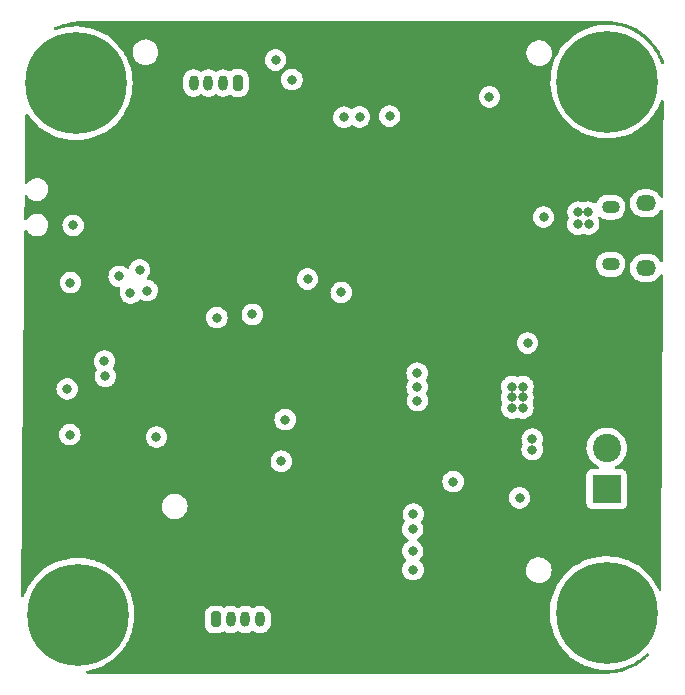
<source format=gbr>
%TF.GenerationSoftware,KiCad,Pcbnew,(5.99.0-7547-g7565f60a03)*%
%TF.CreationDate,2020-12-15T07:52:55+08:00*%
%TF.ProjectId,STM32F4_REV2,53544d33-3246-4345-9f52-4556322e6b69,rev?*%
%TF.SameCoordinates,Original*%
%TF.FileFunction,Copper,L3,Inr*%
%TF.FilePolarity,Positive*%
%FSLAX46Y46*%
G04 Gerber Fmt 4.6, Leading zero omitted, Abs format (unit mm)*
G04 Created by KiCad (PCBNEW (5.99.0-7547-g7565f60a03)) date 2020-12-15 07:52:55*
%MOMM*%
%LPD*%
G01*
G04 APERTURE LIST*
G04 Aperture macros list*
%AMRoundRect*
0 Rectangle with rounded corners*
0 $1 Rounding radius*
0 $2 $3 $4 $5 $6 $7 $8 $9 X,Y pos of 4 corners*
0 Add a 4 corners polygon primitive as box body*
4,1,4,$2,$3,$4,$5,$6,$7,$8,$9,$2,$3,0*
0 Add four circle primitives for the rounded corners*
1,1,$1+$1,$2,$3,0*
1,1,$1+$1,$4,$5,0*
1,1,$1+$1,$6,$7,0*
1,1,$1+$1,$8,$9,0*
0 Add four rect primitives between the rounded corners*
20,1,$1+$1,$2,$3,$4,$5,0*
20,1,$1+$1,$4,$5,$6,$7,0*
20,1,$1+$1,$6,$7,$8,$9,0*
20,1,$1+$1,$8,$9,$2,$3,0*%
G04 Aperture macros list end*
%TA.AperFunction,ComponentPad*%
%ADD10O,1.700000X1.350000*%
%TD*%
%TA.AperFunction,ComponentPad*%
%ADD11O,1.500000X1.100000*%
%TD*%
%TA.AperFunction,ComponentPad*%
%ADD12R,2.400000X2.400000*%
%TD*%
%TA.AperFunction,ComponentPad*%
%ADD13C,2.400000*%
%TD*%
%TA.AperFunction,ComponentPad*%
%ADD14RoundRect,0.200000X0.200000X0.450000X-0.200000X0.450000X-0.200000X-0.450000X0.200000X-0.450000X0*%
%TD*%
%TA.AperFunction,ComponentPad*%
%ADD15O,0.800000X1.300000*%
%TD*%
%TA.AperFunction,ComponentPad*%
%ADD16C,0.900000*%
%TD*%
%TA.AperFunction,ComponentPad*%
%ADD17C,8.600000*%
%TD*%
%TA.AperFunction,ComponentPad*%
%ADD18RoundRect,0.200000X-0.200000X-0.450000X0.200000X-0.450000X0.200000X0.450000X-0.200000X0.450000X0*%
%TD*%
%TA.AperFunction,ViaPad*%
%ADD19C,0.800000*%
%TD*%
G04 APERTURE END LIST*
D10*
%TO.N,no_connect_43*%
%TO.C,J5*%
X138475000Y-81425000D03*
D11*
X135475000Y-81735000D03*
D10*
X138475000Y-86885000D03*
D11*
X135475000Y-86575000D03*
%TD*%
D12*
%TO.N,+12V*%
%TO.C,J1*%
X135150000Y-105620000D03*
D13*
%TO.N,GND*%
X135150000Y-102120000D03*
%TD*%
D14*
%TO.N,no_connect_38*%
%TO.C,J3*%
X103925000Y-71225000D03*
D15*
%TO.N,12C1_SCL*%
X102675000Y-71225000D03*
%TO.N,12C1_SDA*%
X101425000Y-71225000D03*
%TO.N,no_connect_39*%
X100175000Y-71225000D03*
%TD*%
D16*
%TO.N,GND*%
%TO.C,H2*%
X132919581Y-73390419D03*
X135200000Y-74335000D03*
X138425000Y-71110000D03*
X137480419Y-68829581D03*
D17*
X135200000Y-71110000D03*
D16*
X132919581Y-68829581D03*
X135200000Y-67885000D03*
X131975000Y-71110000D03*
X137480419Y-73390419D03*
%TD*%
%TO.N,GND*%
%TO.C,H4*%
X90200000Y-74475000D03*
X92480419Y-73530419D03*
X86975000Y-71250000D03*
X87919581Y-68969581D03*
X87919581Y-73530419D03*
X90200000Y-68025000D03*
X93425000Y-71250000D03*
X92480419Y-68969581D03*
D17*
X90200000Y-71250000D03*
%TD*%
D18*
%TO.N,no_connect_40*%
%TO.C,J4*%
X102050000Y-116650000D03*
D15*
%TO.N,USART3_TX*%
X103300000Y-116650000D03*
%TO.N,USART3_RX*%
X104550000Y-116650000D03*
%TO.N,no_connect_41*%
X105800000Y-116650000D03*
%TD*%
D16*
%TO.N,GND*%
%TO.C,H1*%
X93575000Y-116250000D03*
X92630419Y-118530419D03*
X92630419Y-113969581D03*
X90350000Y-113025000D03*
X87125000Y-116250000D03*
X90350000Y-119475000D03*
X88069581Y-113969581D03*
D17*
X90350000Y-116250000D03*
D16*
X88069581Y-118530419D03*
%TD*%
%TO.N,GND*%
%TO.C,H3*%
X132869581Y-113819581D03*
X135150000Y-112875000D03*
X135150000Y-119325000D03*
X137430419Y-113819581D03*
X131925000Y-116100000D03*
D17*
X135150000Y-116100000D03*
D16*
X132869581Y-118380419D03*
X137430419Y-118380419D03*
X138375000Y-116100000D03*
%TD*%
D19*
%TO.N,GND*%
X119125000Y-98125000D03*
X119100000Y-96975000D03*
X119100000Y-95800000D03*
%TO.N,+3V3*%
X109950000Y-89725000D03*
%TO.N,GND*%
X133625000Y-83150000D03*
X132700000Y-83175000D03*
X132725000Y-82150000D03*
X133575000Y-82150000D03*
X128850000Y-102275000D03*
X128850000Y-101375000D03*
X128050000Y-98750000D03*
X127125000Y-98750000D03*
X127125000Y-97850000D03*
X128050000Y-97850000D03*
X128050000Y-96925000D03*
X127125000Y-96925000D03*
X107925000Y-99725000D03*
X109825000Y-87825000D03*
X118725000Y-110850000D03*
X116775000Y-74025000D03*
X125225000Y-72400000D03*
X107600000Y-103250000D03*
X122150000Y-104975000D03*
X93875000Y-87600000D03*
X89475000Y-97125000D03*
X112900000Y-74125000D03*
X128450000Y-93250000D03*
X92700000Y-96050000D03*
X118750000Y-112425000D03*
X112675000Y-88950000D03*
X94825000Y-89000000D03*
X114225000Y-74100000D03*
X129800000Y-82575000D03*
X97025000Y-101200000D03*
X89700000Y-101000000D03*
X96225000Y-88800000D03*
X95600000Y-87050000D03*
X89975000Y-83275000D03*
X89750000Y-88125000D03*
X118725000Y-109000000D03*
X92625000Y-94775000D03*
X127775000Y-106350000D03*
X118775000Y-107725000D03*
%TO.N,+3V3*%
X112625000Y-107675000D03*
X99700000Y-81275000D03*
X94650000Y-83775000D03*
X106200000Y-100475000D03*
X112575000Y-112125000D03*
X94075000Y-98400000D03*
X130750000Y-103450000D03*
X93075000Y-90200000D03*
X104550000Y-81275000D03*
X112575000Y-108975000D03*
X125250000Y-74550000D03*
X112575000Y-111100000D03*
X110850000Y-74500000D03*
X90025000Y-79500000D03*
X89425000Y-85850000D03*
X99525000Y-101175000D03*
%TO.N,SWDIO*%
X105148942Y-90823942D03*
X108500000Y-70950000D03*
%TO.N,NRST*%
X102150000Y-91100000D03*
X107112852Y-69281456D03*
%TD*%
%TA.AperFunction,Conductor*%
%TO.N,+3V3*%
G36*
X135189223Y-66009729D02*
G01*
X135201168Y-66011729D01*
X135201175Y-66011730D01*
X135205962Y-66012531D01*
X135320579Y-66013838D01*
X135388982Y-66014618D01*
X135393041Y-66014730D01*
X135516174Y-66020106D01*
X135521660Y-66020465D01*
X135847170Y-66048944D01*
X135852633Y-66049543D01*
X135949176Y-66062252D01*
X135954603Y-66063087D01*
X136276426Y-66119833D01*
X136281808Y-66120904D01*
X136376865Y-66141978D01*
X136382190Y-66143281D01*
X136697855Y-66227865D01*
X136703133Y-66229403D01*
X136795995Y-66258683D01*
X136801199Y-66260450D01*
X137005609Y-66334848D01*
X137108233Y-66372200D01*
X137113327Y-66374180D01*
X137168177Y-66396899D01*
X137203368Y-66411476D01*
X137208399Y-66413690D01*
X137504493Y-66551761D01*
X137509423Y-66554192D01*
X137530775Y-66565307D01*
X137595844Y-66599180D01*
X137600650Y-66601817D01*
X137883658Y-66765213D01*
X137888335Y-66768051D01*
X137970457Y-66820369D01*
X137975003Y-66823406D01*
X138242672Y-67010831D01*
X138247104Y-67014081D01*
X138324394Y-67073387D01*
X138328672Y-67076820D01*
X138482138Y-67205593D01*
X138578963Y-67286839D01*
X138583096Y-67290464D01*
X138654941Y-67356298D01*
X138658912Y-67360100D01*
X138719713Y-67420901D01*
X138889945Y-67591134D01*
X138893691Y-67595046D01*
X138950313Y-67656838D01*
X138959531Y-67666898D01*
X138963155Y-67671030D01*
X139004545Y-67720357D01*
X139167192Y-67914191D01*
X139173182Y-67921330D01*
X139176623Y-67925618D01*
X139235917Y-68002893D01*
X139239167Y-68007325D01*
X139426580Y-68274976D01*
X139429634Y-68279547D01*
X139481953Y-68361671D01*
X139484800Y-68366363D01*
X139639188Y-68633769D01*
X139648184Y-68649351D01*
X139650812Y-68654140D01*
X139679250Y-68708769D01*
X139695798Y-68740557D01*
X139698229Y-68745487D01*
X139836327Y-69041639D01*
X139838524Y-69046631D01*
X139875837Y-69136714D01*
X139877789Y-69141737D01*
X139976829Y-69413845D01*
X139984425Y-69457501D01*
X139984335Y-69477662D01*
X139984324Y-69480059D01*
X139964014Y-69548088D01*
X139910148Y-69594338D01*
X139839829Y-69604124D01*
X139775383Y-69574339D01*
X139738629Y-69518843D01*
X139723025Y-69471383D01*
X139699783Y-69400693D01*
X139622806Y-69222808D01*
X139527484Y-69002531D01*
X139527480Y-69002522D01*
X139526345Y-68999900D01*
X139492418Y-68937674D01*
X139318666Y-68618989D01*
X139318662Y-68618982D01*
X139317296Y-68616477D01*
X139181293Y-68413318D01*
X139075948Y-68255955D01*
X139075940Y-68255944D01*
X139074356Y-68253578D01*
X138799526Y-67914191D01*
X138758655Y-67872162D01*
X138497057Y-67603156D01*
X138497053Y-67603152D01*
X138495067Y-67601110D01*
X138410311Y-67528465D01*
X138165661Y-67318773D01*
X138165656Y-67318769D01*
X138163487Y-67316910D01*
X138161156Y-67315253D01*
X138161149Y-67315248D01*
X137809848Y-67065593D01*
X137809846Y-67065592D01*
X137807512Y-67063933D01*
X137670619Y-66984259D01*
X137432531Y-66845688D01*
X137432524Y-66845684D01*
X137430075Y-66844259D01*
X137337108Y-66800908D01*
X137036878Y-66660908D01*
X137036868Y-66660904D01*
X137034282Y-66659698D01*
X137010253Y-66651047D01*
X136626081Y-66512736D01*
X136626072Y-66512733D01*
X136623391Y-66511768D01*
X136341638Y-66438377D01*
X136203552Y-66402408D01*
X136203546Y-66402407D01*
X136200783Y-66401687D01*
X135769938Y-66330361D01*
X135767095Y-66330152D01*
X135767093Y-66330152D01*
X135337247Y-66298586D01*
X135334401Y-66298377D01*
X135152798Y-66301547D01*
X134900609Y-66305948D01*
X134900604Y-66305948D01*
X134897758Y-66305998D01*
X134894925Y-66306306D01*
X134894921Y-66306306D01*
X134549042Y-66343881D01*
X134463603Y-66353163D01*
X134035509Y-66439482D01*
X133617000Y-66564244D01*
X133211522Y-66726424D01*
X133069374Y-66798852D01*
X132824954Y-66923390D01*
X132824949Y-66923393D01*
X132822411Y-66924686D01*
X132819992Y-66926209D01*
X132819989Y-66926211D01*
X132725541Y-66985688D01*
X132452870Y-67157398D01*
X132105942Y-67422645D01*
X131784481Y-67718243D01*
X131782566Y-67720355D01*
X131782564Y-67720357D01*
X131712922Y-67797162D01*
X131491135Y-68041760D01*
X131228316Y-68390531D01*
X130998190Y-68761688D01*
X130802649Y-69152173D01*
X130643304Y-69558774D01*
X130618629Y-69643705D01*
X130528822Y-69952825D01*
X130521466Y-69978143D01*
X130438138Y-70406829D01*
X130394005Y-70841303D01*
X130389432Y-71277989D01*
X130389661Y-71280834D01*
X130389661Y-71280837D01*
X130421070Y-71671204D01*
X130424456Y-71713292D01*
X130498788Y-72143628D01*
X130611817Y-72565457D01*
X130612802Y-72568134D01*
X130750303Y-72941850D01*
X130762612Y-72975306D01*
X130763837Y-72977886D01*
X130763840Y-72977893D01*
X130941027Y-73351048D01*
X130949932Y-73369801D01*
X131032728Y-73509801D01*
X131158649Y-73722723D01*
X131172235Y-73745696D01*
X131173897Y-73748000D01*
X131173898Y-73748002D01*
X131378411Y-74031565D01*
X131427692Y-74099895D01*
X131714199Y-74429484D01*
X132029398Y-74731749D01*
X132031616Y-74733519D01*
X132031621Y-74733524D01*
X132368480Y-75002434D01*
X132370696Y-75004203D01*
X132373059Y-75005761D01*
X132373063Y-75005764D01*
X132732906Y-75243037D01*
X132732917Y-75243043D01*
X132735282Y-75244603D01*
X132737790Y-75245948D01*
X132737792Y-75245949D01*
X133065209Y-75421509D01*
X133120155Y-75450971D01*
X133522148Y-75621607D01*
X133524857Y-75622477D01*
X133524863Y-75622479D01*
X133935232Y-75754234D01*
X133935238Y-75754236D01*
X133937952Y-75755107D01*
X133940725Y-75755727D01*
X133940733Y-75755729D01*
X134306911Y-75837579D01*
X134364144Y-75850372D01*
X134797217Y-75906618D01*
X135233604Y-75923383D01*
X135236466Y-75923233D01*
X135236467Y-75923233D01*
X135666859Y-75900677D01*
X135666866Y-75900676D01*
X135669715Y-75900527D01*
X135672538Y-75900120D01*
X135672540Y-75900120D01*
X136099138Y-75838647D01*
X136099145Y-75838646D01*
X136101960Y-75838240D01*
X136526780Y-75737033D01*
X136529478Y-75736125D01*
X136529485Y-75736123D01*
X136937968Y-75598654D01*
X136937974Y-75598652D01*
X136940680Y-75597741D01*
X137340251Y-75421509D01*
X137406831Y-75384603D01*
X137719704Y-75211175D01*
X137719706Y-75211174D01*
X137722206Y-75209788D01*
X138076823Y-74968790D01*
X138081034Y-74965928D01*
X138081035Y-74965927D01*
X138083400Y-74964320D01*
X138420860Y-74687128D01*
X138731809Y-74380491D01*
X138808341Y-74289927D01*
X139011840Y-74049119D01*
X139011845Y-74049113D01*
X139013686Y-74046934D01*
X139024448Y-74031565D01*
X139054940Y-73988017D01*
X139264172Y-73689202D01*
X139281051Y-73659731D01*
X139479784Y-73312724D01*
X139479784Y-73312723D01*
X139481206Y-73310241D01*
X139662999Y-72913169D01*
X139724611Y-72738212D01*
X139766104Y-72680603D01*
X139832157Y-72654572D01*
X139901797Y-72668384D01*
X139952914Y-72717654D01*
X139969456Y-72780632D01*
X139954746Y-76046249D01*
X139933811Y-80694054D01*
X139933290Y-80809618D01*
X139912981Y-80877648D01*
X139859116Y-80923898D01*
X139788798Y-80933685D01*
X139724350Y-80903902D01*
X139699006Y-80873473D01*
X139630009Y-80757500D01*
X139611517Y-80726417D01*
X139526662Y-80629659D01*
X139471920Y-80567238D01*
X139471917Y-80567235D01*
X139468109Y-80562893D01*
X139297303Y-80428240D01*
X139292192Y-80425551D01*
X139292189Y-80425549D01*
X139137229Y-80344021D01*
X139104819Y-80326969D01*
X138897103Y-80262472D01*
X138876311Y-80260011D01*
X138723603Y-80241936D01*
X138723596Y-80241936D01*
X138719916Y-80241500D01*
X138245587Y-80241500D01*
X138083413Y-80256402D01*
X138077851Y-80257971D01*
X138077849Y-80257971D01*
X137978747Y-80285921D01*
X137874080Y-80315440D01*
X137868897Y-80317996D01*
X137684190Y-80409082D01*
X137684186Y-80409085D01*
X137679010Y-80411637D01*
X137674384Y-80415091D01*
X137674383Y-80415092D01*
X137656776Y-80428240D01*
X137504738Y-80541772D01*
X137500824Y-80546006D01*
X137500822Y-80546008D01*
X137361616Y-80696602D01*
X137357100Y-80701487D01*
X137354019Y-80706370D01*
X137288498Y-80810215D01*
X137241039Y-80885432D01*
X137160443Y-81087448D01*
X137159317Y-81093108D01*
X137159316Y-81093112D01*
X137137368Y-81203453D01*
X137118011Y-81300768D01*
X137117935Y-81306543D01*
X137117935Y-81306547D01*
X137117464Y-81342515D01*
X137115164Y-81518249D01*
X137116143Y-81523946D01*
X137116143Y-81523947D01*
X137140639Y-81666504D01*
X137151997Y-81732606D01*
X137227277Y-81936662D01*
X137338483Y-82123583D01*
X137359127Y-82147123D01*
X137478080Y-82282762D01*
X137478083Y-82282765D01*
X137481891Y-82287107D01*
X137652697Y-82421760D01*
X137657808Y-82424449D01*
X137657811Y-82424451D01*
X137689110Y-82440918D01*
X137845181Y-82523031D01*
X138052897Y-82587528D01*
X138058634Y-82588207D01*
X138226397Y-82608064D01*
X138226404Y-82608064D01*
X138230084Y-82608500D01*
X138704413Y-82608500D01*
X138866587Y-82593598D01*
X138872149Y-82592029D01*
X138872151Y-82592029D01*
X138995974Y-82557107D01*
X139075920Y-82534560D01*
X139159136Y-82493523D01*
X139265810Y-82440918D01*
X139265814Y-82440915D01*
X139270990Y-82438363D01*
X139289621Y-82424451D01*
X139440638Y-82311681D01*
X139440639Y-82311680D01*
X139445262Y-82308228D01*
X139449178Y-82303992D01*
X139588980Y-82152754D01*
X139588982Y-82152752D01*
X139592900Y-82148513D01*
X139595981Y-82143630D01*
X139595984Y-82143626D01*
X139695122Y-81986502D01*
X139748389Y-81939563D01*
X139818576Y-81928874D01*
X139883400Y-81957829D01*
X139922280Y-82017233D01*
X139927683Y-82054305D01*
X139908880Y-86228589D01*
X139888571Y-86296619D01*
X139834706Y-86342869D01*
X139764388Y-86352656D01*
X139699940Y-86322873D01*
X139674596Y-86292444D01*
X139614470Y-86191380D01*
X139614468Y-86191377D01*
X139611517Y-86186417D01*
X139561811Y-86129739D01*
X139471920Y-86027238D01*
X139471917Y-86027235D01*
X139468109Y-86022893D01*
X139297303Y-85888240D01*
X139292192Y-85885551D01*
X139292189Y-85885549D01*
X139160904Y-85816477D01*
X139104819Y-85786969D01*
X138897103Y-85722472D01*
X138877373Y-85720137D01*
X138723603Y-85701936D01*
X138723596Y-85701936D01*
X138719916Y-85701500D01*
X138245587Y-85701500D01*
X138083413Y-85716402D01*
X138077851Y-85717971D01*
X138077849Y-85717971D01*
X137978747Y-85745921D01*
X137874080Y-85775440D01*
X137868897Y-85777996D01*
X137684190Y-85869082D01*
X137684186Y-85869085D01*
X137679010Y-85871637D01*
X137674384Y-85875091D01*
X137674383Y-85875092D01*
X137656776Y-85888240D01*
X137504738Y-86001772D01*
X137500824Y-86006006D01*
X137500822Y-86006008D01*
X137374304Y-86142876D01*
X137357100Y-86161487D01*
X137354019Y-86166370D01*
X137344111Y-86182074D01*
X137241039Y-86345432D01*
X137160443Y-86547448D01*
X137159317Y-86553108D01*
X137159316Y-86553112D01*
X137124163Y-86729838D01*
X137118011Y-86760768D01*
X137117935Y-86766543D01*
X137117935Y-86766547D01*
X137117643Y-86788846D01*
X137115164Y-86978249D01*
X137151997Y-87192606D01*
X137227277Y-87396662D01*
X137338483Y-87583583D01*
X137356064Y-87603630D01*
X137478080Y-87742762D01*
X137478083Y-87742765D01*
X137481891Y-87747107D01*
X137652697Y-87881760D01*
X137657808Y-87884449D01*
X137657811Y-87884451D01*
X137689110Y-87900918D01*
X137845181Y-87983031D01*
X138052897Y-88047528D01*
X138058634Y-88048207D01*
X138226397Y-88068064D01*
X138226404Y-88068064D01*
X138230084Y-88068500D01*
X138704413Y-88068500D01*
X138866587Y-88053598D01*
X138872149Y-88052029D01*
X138872151Y-88052029D01*
X139011363Y-88012767D01*
X139075920Y-87994560D01*
X139143611Y-87961179D01*
X139265810Y-87900918D01*
X139265814Y-87900915D01*
X139270990Y-87898363D01*
X139280176Y-87891504D01*
X139440638Y-87771681D01*
X139440639Y-87771680D01*
X139445262Y-87768228D01*
X139449178Y-87763992D01*
X139588980Y-87612754D01*
X139588982Y-87612752D01*
X139592900Y-87608513D01*
X139605890Y-87587926D01*
X139670351Y-87485761D01*
X139723618Y-87438823D01*
X139793805Y-87428134D01*
X139858630Y-87457089D01*
X139897509Y-87516493D01*
X139902912Y-87553564D01*
X139887979Y-90868676D01*
X139859827Y-97118435D01*
X139783372Y-114091538D01*
X139763063Y-114159568D01*
X139709198Y-114205818D01*
X139638880Y-114215605D01*
X139574432Y-114185822D01*
X139541736Y-114141011D01*
X139541256Y-114139900D01*
X139476345Y-113989900D01*
X139426923Y-113899254D01*
X139268666Y-113608989D01*
X139268662Y-113608982D01*
X139267296Y-113606477D01*
X139172277Y-113464540D01*
X139025948Y-113245955D01*
X139025940Y-113245944D01*
X139024356Y-113243578D01*
X138749526Y-112904191D01*
X138735752Y-112890026D01*
X138447057Y-112593156D01*
X138447053Y-112593152D01*
X138445067Y-112591110D01*
X138319831Y-112483769D01*
X138115661Y-112308773D01*
X138115656Y-112308769D01*
X138113487Y-112306910D01*
X138111156Y-112305253D01*
X138111149Y-112305248D01*
X137759848Y-112055593D01*
X137759846Y-112055592D01*
X137757512Y-112053933D01*
X137640256Y-111985688D01*
X137382531Y-111835688D01*
X137382524Y-111835684D01*
X137380075Y-111834259D01*
X137201624Y-111751046D01*
X136986878Y-111650908D01*
X136986868Y-111650904D01*
X136984282Y-111649698D01*
X136854968Y-111603142D01*
X136576081Y-111502736D01*
X136576072Y-111502733D01*
X136573391Y-111501768D01*
X136293711Y-111428917D01*
X136153552Y-111392408D01*
X136153546Y-111392407D01*
X136150783Y-111391687D01*
X135719938Y-111320361D01*
X135717095Y-111320152D01*
X135717093Y-111320152D01*
X135287247Y-111288586D01*
X135284401Y-111288377D01*
X135102798Y-111291547D01*
X134850609Y-111295948D01*
X134850604Y-111295948D01*
X134847758Y-111295998D01*
X134844925Y-111296306D01*
X134844921Y-111296306D01*
X134619197Y-111320828D01*
X134413603Y-111343163D01*
X133985509Y-111429482D01*
X133567000Y-111554244D01*
X133161522Y-111716424D01*
X133114331Y-111740469D01*
X132774954Y-111913390D01*
X132774949Y-111913393D01*
X132772411Y-111914686D01*
X132769992Y-111916209D01*
X132769989Y-111916211D01*
X132587640Y-112031042D01*
X132402870Y-112147398D01*
X132055942Y-112412645D01*
X131734481Y-112708243D01*
X131441135Y-113031760D01*
X131283195Y-113241352D01*
X131213760Y-113333496D01*
X131178316Y-113380531D01*
X130948190Y-113751688D01*
X130752649Y-114142173D01*
X130593304Y-114548774D01*
X130471466Y-114968143D01*
X130388138Y-115396829D01*
X130344005Y-115831303D01*
X130339432Y-116267989D01*
X130339661Y-116270834D01*
X130339661Y-116270837D01*
X130361979Y-116548214D01*
X130374456Y-116703292D01*
X130448788Y-117133628D01*
X130561817Y-117555457D01*
X130712612Y-117965306D01*
X130713837Y-117967886D01*
X130713840Y-117967893D01*
X130804686Y-118159214D01*
X130899932Y-118359801D01*
X131013727Y-118552218D01*
X131088825Y-118679202D01*
X131122235Y-118735696D01*
X131123897Y-118738000D01*
X131123898Y-118738002D01*
X131353126Y-119055833D01*
X131377692Y-119089895D01*
X131664199Y-119419484D01*
X131979398Y-119721749D01*
X131981616Y-119723519D01*
X131981621Y-119723524D01*
X132167300Y-119871749D01*
X132320696Y-119994203D01*
X132323059Y-119995761D01*
X132323063Y-119995764D01*
X132682906Y-120233037D01*
X132682917Y-120233043D01*
X132685282Y-120234603D01*
X132687790Y-120235948D01*
X132687792Y-120235949D01*
X133015209Y-120411509D01*
X133070155Y-120440971D01*
X133324841Y-120549079D01*
X133438766Y-120597437D01*
X133472148Y-120611607D01*
X133474857Y-120612477D01*
X133474863Y-120612479D01*
X133885232Y-120744234D01*
X133885238Y-120744236D01*
X133887952Y-120745107D01*
X133890725Y-120745727D01*
X133890733Y-120745729D01*
X134256911Y-120827579D01*
X134314144Y-120840372D01*
X134747217Y-120896618D01*
X135183604Y-120913383D01*
X135186466Y-120913233D01*
X135186467Y-120913233D01*
X135616859Y-120890677D01*
X135616866Y-120890676D01*
X135619715Y-120890527D01*
X135622538Y-120890120D01*
X135622540Y-120890120D01*
X136049138Y-120828647D01*
X136049145Y-120828646D01*
X136051960Y-120828240D01*
X136476780Y-120727033D01*
X136479478Y-120726125D01*
X136479485Y-120726123D01*
X136887968Y-120588654D01*
X136887974Y-120588652D01*
X136890680Y-120587741D01*
X137290251Y-120411509D01*
X137338791Y-120384603D01*
X137669704Y-120201175D01*
X137669706Y-120201174D01*
X137672206Y-120199788D01*
X138033400Y-119954320D01*
X138035606Y-119952508D01*
X138035622Y-119952496D01*
X138301790Y-119733863D01*
X138367125Y-119706081D01*
X138378271Y-119707984D01*
X138391503Y-119661426D01*
X138409619Y-119638906D01*
X138524938Y-119525186D01*
X138587485Y-119491598D01*
X138658264Y-119497157D01*
X138714801Y-119540099D01*
X138739147Y-119606791D01*
X138723571Y-119676058D01*
X138704462Y-119701994D01*
X138665197Y-119743044D01*
X138661469Y-119746780D01*
X138590087Y-119815338D01*
X138586191Y-119818923D01*
X138583701Y-119821119D01*
X138581429Y-119823123D01*
X138517107Y-119853178D01*
X138502355Y-119851188D01*
X138485933Y-119902116D01*
X138465115Y-119925720D01*
X138335009Y-120040483D01*
X138330929Y-120043931D01*
X138254034Y-120106167D01*
X138249811Y-120109439D01*
X137980803Y-120308901D01*
X137976466Y-120311977D01*
X137894525Y-120367511D01*
X137890070Y-120370394D01*
X137605114Y-120546369D01*
X137600510Y-120549079D01*
X137514225Y-120597437D01*
X137509511Y-120599949D01*
X137210669Y-120751159D01*
X137205852Y-120753470D01*
X137115774Y-120794349D01*
X137110864Y-120796452D01*
X136800324Y-120921794D01*
X136795330Y-120923688D01*
X136702102Y-120956796D01*
X136697033Y-120958476D01*
X136632877Y-120978240D01*
X136376945Y-121057081D01*
X136371814Y-121058543D01*
X136276107Y-121083638D01*
X136270966Y-121084870D01*
X135943660Y-121156013D01*
X135938430Y-121157035D01*
X135840948Y-121173932D01*
X135835691Y-121174728D01*
X135503547Y-121217893D01*
X135498279Y-121218465D01*
X135374340Y-121229254D01*
X135370391Y-121229536D01*
X135186738Y-121239720D01*
X135182338Y-121240601D01*
X135179257Y-121240993D01*
X135163356Y-121242000D01*
X91179383Y-121242000D01*
X91111262Y-121221998D01*
X91064769Y-121168342D01*
X91054665Y-121098068D01*
X91084159Y-121033488D01*
X91143885Y-120995104D01*
X91161412Y-120991288D01*
X91249138Y-120978647D01*
X91249145Y-120978646D01*
X91251960Y-120978240D01*
X91676780Y-120877033D01*
X91679478Y-120876125D01*
X91679485Y-120876123D01*
X92087968Y-120738654D01*
X92087974Y-120738652D01*
X92090680Y-120737741D01*
X92490251Y-120561509D01*
X92492748Y-120560125D01*
X92869704Y-120351175D01*
X92869706Y-120351174D01*
X92872206Y-120349788D01*
X93233400Y-120104320D01*
X93570860Y-119827128D01*
X93881809Y-119520491D01*
X93906225Y-119491598D01*
X94161840Y-119189119D01*
X94161845Y-119189113D01*
X94163686Y-119186934D01*
X94414172Y-118829202D01*
X94461453Y-118746646D01*
X94629784Y-118452724D01*
X94629784Y-118452723D01*
X94631206Y-118450241D01*
X94668569Y-118368634D01*
X94811810Y-118055766D01*
X94812999Y-118053169D01*
X94813944Y-118050484D01*
X94813949Y-118050473D01*
X94941865Y-117687234D01*
X94958057Y-117641255D01*
X94977499Y-117564422D01*
X95064482Y-117220668D01*
X95064483Y-117220664D01*
X95065185Y-117217889D01*
X95078093Y-117136396D01*
X95133056Y-116789371D01*
X95133502Y-116786556D01*
X95143465Y-116636556D01*
X95162328Y-116352557D01*
X95162328Y-116352546D01*
X95162444Y-116350806D01*
X95163500Y-116250000D01*
X95157621Y-116120525D01*
X101141500Y-116120525D01*
X101141500Y-117141317D01*
X101157096Y-117270194D01*
X101217694Y-117430562D01*
X101221995Y-117436820D01*
X101309694Y-117564422D01*
X101314796Y-117571846D01*
X101320466Y-117576898D01*
X101320467Y-117576899D01*
X101437123Y-117680836D01*
X101437125Y-117680838D01*
X101442796Y-117685890D01*
X101449505Y-117689442D01*
X101449509Y-117689445D01*
X101587589Y-117762555D01*
X101587592Y-117762556D01*
X101594304Y-117766110D01*
X101601673Y-117767961D01*
X101610436Y-117770162D01*
X101760575Y-117807874D01*
X101766338Y-117808237D01*
X101766341Y-117808237D01*
X101768530Y-117808375D01*
X101768546Y-117808376D01*
X101770525Y-117808500D01*
X102291317Y-117808500D01*
X102420194Y-117792904D01*
X102580562Y-117732306D01*
X102671302Y-117669942D01*
X102738771Y-117647842D01*
X102807478Y-117665727D01*
X102816728Y-117671845D01*
X102837905Y-117687231D01*
X102837912Y-117687235D01*
X102843251Y-117691114D01*
X102849279Y-117693798D01*
X102849281Y-117693799D01*
X102941798Y-117734990D01*
X103017714Y-117768790D01*
X103111114Y-117788643D01*
X103198057Y-117807124D01*
X103198062Y-117807124D01*
X103204514Y-117808496D01*
X103395487Y-117808496D01*
X103401939Y-117807124D01*
X103401944Y-117807124D01*
X103488887Y-117788643D01*
X103582287Y-117768790D01*
X103658203Y-117734990D01*
X103750720Y-117693799D01*
X103750722Y-117693798D01*
X103756750Y-117691114D01*
X103821659Y-117643955D01*
X103850941Y-117622681D01*
X103917809Y-117598823D01*
X103986960Y-117614904D01*
X103999062Y-117622682D01*
X104058309Y-117665727D01*
X104093251Y-117691114D01*
X104099279Y-117693798D01*
X104099281Y-117693799D01*
X104191798Y-117734990D01*
X104267714Y-117768790D01*
X104361114Y-117788643D01*
X104448057Y-117807124D01*
X104448062Y-117807124D01*
X104454514Y-117808496D01*
X104645487Y-117808496D01*
X104651939Y-117807124D01*
X104651944Y-117807124D01*
X104738887Y-117788643D01*
X104832287Y-117768790D01*
X104908203Y-117734990D01*
X105000720Y-117693799D01*
X105000722Y-117693798D01*
X105006750Y-117691114D01*
X105071659Y-117643955D01*
X105100941Y-117622681D01*
X105167809Y-117598823D01*
X105236960Y-117614904D01*
X105249062Y-117622682D01*
X105308309Y-117665727D01*
X105343251Y-117691114D01*
X105349279Y-117693798D01*
X105349281Y-117693799D01*
X105441798Y-117734990D01*
X105517714Y-117768790D01*
X105611114Y-117788643D01*
X105698057Y-117807124D01*
X105698062Y-117807124D01*
X105704514Y-117808496D01*
X105895487Y-117808496D01*
X105901939Y-117807124D01*
X105901944Y-117807124D01*
X105988887Y-117788643D01*
X106082287Y-117768790D01*
X106158203Y-117734990D01*
X106250720Y-117693799D01*
X106250722Y-117693798D01*
X106256750Y-117691114D01*
X106285891Y-117669942D01*
X106405907Y-117582746D01*
X106405909Y-117582744D01*
X106411251Y-117578863D01*
X106425000Y-117563593D01*
X106534618Y-117441850D01*
X106534619Y-117441849D01*
X106539037Y-117436942D01*
X106634524Y-117271554D01*
X106693538Y-117089927D01*
X106708500Y-116947572D01*
X106708500Y-116352428D01*
X106697921Y-116251773D01*
X106694228Y-116216636D01*
X106694228Y-116216634D01*
X106693538Y-116210073D01*
X106634524Y-116028446D01*
X106539037Y-115863058D01*
X106411251Y-115721137D01*
X106256749Y-115608886D01*
X106250721Y-115606202D01*
X106088317Y-115533895D01*
X106088316Y-115533895D01*
X106082286Y-115531210D01*
X105968840Y-115507096D01*
X105901943Y-115492876D01*
X105901938Y-115492876D01*
X105895486Y-115491504D01*
X105704513Y-115491504D01*
X105698061Y-115492876D01*
X105698056Y-115492876D01*
X105631159Y-115507096D01*
X105517713Y-115531210D01*
X105511683Y-115533895D01*
X105511682Y-115533895D01*
X105349280Y-115606201D01*
X105349278Y-115606202D01*
X105343250Y-115608886D01*
X105337911Y-115612765D01*
X105337908Y-115612767D01*
X105249061Y-115677318D01*
X105182193Y-115701177D01*
X105113041Y-115685096D01*
X105100940Y-115677319D01*
X105012088Y-115612765D01*
X105006749Y-115608886D01*
X105000721Y-115606202D01*
X104838317Y-115533895D01*
X104838316Y-115533895D01*
X104832286Y-115531210D01*
X104718840Y-115507096D01*
X104651943Y-115492876D01*
X104651938Y-115492876D01*
X104645486Y-115491504D01*
X104454513Y-115491504D01*
X104448061Y-115492876D01*
X104448056Y-115492876D01*
X104381159Y-115507096D01*
X104267713Y-115531210D01*
X104261683Y-115533895D01*
X104261682Y-115533895D01*
X104099280Y-115606201D01*
X104099278Y-115606202D01*
X104093250Y-115608886D01*
X104087911Y-115612765D01*
X104087908Y-115612767D01*
X103999061Y-115677318D01*
X103932193Y-115701177D01*
X103863041Y-115685096D01*
X103850940Y-115677319D01*
X103762088Y-115612765D01*
X103756749Y-115608886D01*
X103750721Y-115606202D01*
X103588317Y-115533895D01*
X103588316Y-115533895D01*
X103582286Y-115531210D01*
X103468840Y-115507096D01*
X103401943Y-115492876D01*
X103401938Y-115492876D01*
X103395486Y-115491504D01*
X103204513Y-115491504D01*
X103198061Y-115492876D01*
X103198056Y-115492876D01*
X103131159Y-115507096D01*
X103017713Y-115531210D01*
X103011683Y-115533895D01*
X103011682Y-115533895D01*
X102849280Y-115606201D01*
X102849278Y-115606202D01*
X102843250Y-115608886D01*
X102836060Y-115614110D01*
X102819645Y-115626036D01*
X102752777Y-115649894D01*
X102683626Y-115633812D01*
X102669144Y-115623452D01*
X102669112Y-115623498D01*
X102662876Y-115619163D01*
X102657204Y-115614110D01*
X102650495Y-115610558D01*
X102650491Y-115610555D01*
X102512411Y-115537445D01*
X102512408Y-115537444D01*
X102505696Y-115533890D01*
X102495027Y-115531210D01*
X102409709Y-115509780D01*
X102339425Y-115492126D01*
X102333662Y-115491763D01*
X102333659Y-115491763D01*
X102331470Y-115491625D01*
X102331454Y-115491624D01*
X102329475Y-115491500D01*
X101808683Y-115491500D01*
X101679806Y-115507096D01*
X101519438Y-115567694D01*
X101513180Y-115571995D01*
X101399837Y-115649894D01*
X101378154Y-115664796D01*
X101373102Y-115670466D01*
X101373101Y-115670467D01*
X101275872Y-115779595D01*
X101264110Y-115792796D01*
X101260558Y-115799505D01*
X101260555Y-115799509D01*
X101223880Y-115868776D01*
X101183890Y-115944304D01*
X101182039Y-115951673D01*
X101177257Y-115970711D01*
X101142126Y-116110575D01*
X101141763Y-116116338D01*
X101141763Y-116116341D01*
X101141625Y-116118530D01*
X101141624Y-116118546D01*
X101141500Y-116120525D01*
X95157621Y-116120525D01*
X95143690Y-115813740D01*
X95133158Y-115736851D01*
X95105842Y-115537445D01*
X95084421Y-115381071D01*
X95023720Y-115118143D01*
X94986827Y-114958343D01*
X94986826Y-114958341D01*
X94986183Y-114955554D01*
X94849783Y-114540693D01*
X94836449Y-114509880D01*
X94677484Y-114142531D01*
X94677480Y-114142522D01*
X94676345Y-114139900D01*
X94649977Y-114091538D01*
X94468666Y-113758989D01*
X94468662Y-113758982D01*
X94467296Y-113756477D01*
X94337750Y-113562964D01*
X94225948Y-113395955D01*
X94225940Y-113395944D01*
X94224356Y-113393578D01*
X93949526Y-113054191D01*
X93929926Y-113034035D01*
X93647057Y-112743156D01*
X93647053Y-112743152D01*
X93645067Y-112741110D01*
X93581377Y-112686521D01*
X93315661Y-112458773D01*
X93315656Y-112458769D01*
X93313487Y-112456910D01*
X93311156Y-112455253D01*
X93311149Y-112455248D01*
X92959848Y-112205593D01*
X92959846Y-112205592D01*
X92957512Y-112203933D01*
X92955043Y-112202496D01*
X92582531Y-111985688D01*
X92582524Y-111985684D01*
X92580075Y-111984259D01*
X92496593Y-111945331D01*
X92186878Y-111800908D01*
X92186868Y-111800904D01*
X92184282Y-111799698D01*
X92035511Y-111746137D01*
X91776081Y-111652736D01*
X91776072Y-111652733D01*
X91773391Y-111651768D01*
X91493711Y-111578917D01*
X91353552Y-111542408D01*
X91353546Y-111542407D01*
X91350783Y-111541687D01*
X90919938Y-111470361D01*
X90917095Y-111470152D01*
X90917093Y-111470152D01*
X90487247Y-111438586D01*
X90484401Y-111438377D01*
X90302798Y-111441547D01*
X90050609Y-111445948D01*
X90050604Y-111445948D01*
X90047758Y-111445998D01*
X90044925Y-111446306D01*
X90044921Y-111446306D01*
X89699042Y-111483881D01*
X89613603Y-111493163D01*
X89185509Y-111579482D01*
X88767000Y-111704244D01*
X88361522Y-111866424D01*
X88319063Y-111888058D01*
X87974954Y-112063390D01*
X87974949Y-112063393D01*
X87972411Y-112064686D01*
X87969992Y-112066209D01*
X87969989Y-112066211D01*
X87843488Y-112145873D01*
X87602870Y-112297398D01*
X87255942Y-112562645D01*
X86934481Y-112858243D01*
X86932566Y-112860355D01*
X86932564Y-112860357D01*
X86892818Y-112904191D01*
X86641135Y-113181760D01*
X86378316Y-113530531D01*
X86376807Y-113532965D01*
X86239603Y-113754254D01*
X86148190Y-113901688D01*
X85952649Y-114292173D01*
X85851012Y-114551521D01*
X85807290Y-114663086D01*
X85763811Y-114719211D01*
X85696891Y-114742921D01*
X85627775Y-114726687D01*
X85578408Y-114675663D01*
X85563982Y-114615981D01*
X85583779Y-112408692D01*
X85614349Y-109000000D01*
X117811500Y-109000000D01*
X117831462Y-109189927D01*
X117890476Y-109371554D01*
X117985963Y-109536942D01*
X118113749Y-109678863D01*
X118119091Y-109682744D01*
X118119093Y-109682746D01*
X118262908Y-109787233D01*
X118268250Y-109791114D01*
X118274278Y-109793798D01*
X118274280Y-109793799D01*
X118310428Y-109809893D01*
X118364524Y-109855874D01*
X118385173Y-109923801D01*
X118365820Y-109992109D01*
X118310428Y-110040107D01*
X118274280Y-110056201D01*
X118274278Y-110056202D01*
X118268250Y-110058886D01*
X118262909Y-110062766D01*
X118262908Y-110062767D01*
X118119093Y-110167254D01*
X118119091Y-110167256D01*
X118113749Y-110171137D01*
X117985963Y-110313058D01*
X117890476Y-110478446D01*
X117831462Y-110660073D01*
X117811500Y-110850000D01*
X117831462Y-111039927D01*
X117890476Y-111221554D01*
X117985963Y-111386942D01*
X117990381Y-111391849D01*
X117990382Y-111391850D01*
X118090224Y-111502736D01*
X118113749Y-111528863D01*
X118119091Y-111532744D01*
X118119093Y-111532746D01*
X118135822Y-111544900D01*
X118179176Y-111601122D01*
X118185251Y-111671858D01*
X118152120Y-111734650D01*
X118146075Y-111740469D01*
X118144093Y-111742254D01*
X118138749Y-111746137D01*
X118134329Y-111751046D01*
X118029274Y-111867722D01*
X118010963Y-111888058D01*
X117915476Y-112053446D01*
X117909909Y-112070580D01*
X117866041Y-112205593D01*
X117856462Y-112235073D01*
X117855772Y-112241636D01*
X117855772Y-112241637D01*
X117838214Y-112408692D01*
X117836500Y-112425000D01*
X117856462Y-112614927D01*
X117858502Y-112621205D01*
X117858502Y-112621206D01*
X117886152Y-112706304D01*
X117915476Y-112796554D01*
X118010963Y-112961942D01*
X118138749Y-113103863D01*
X118144091Y-113107744D01*
X118144093Y-113107746D01*
X118249097Y-113184035D01*
X118293250Y-113216114D01*
X118299278Y-113218798D01*
X118299280Y-113218799D01*
X118461682Y-113291105D01*
X118467713Y-113293790D01*
X118561113Y-113313643D01*
X118648056Y-113332124D01*
X118648061Y-113332124D01*
X118654513Y-113333496D01*
X118845487Y-113333496D01*
X118851939Y-113332124D01*
X118851944Y-113332124D01*
X118938887Y-113313643D01*
X119032287Y-113293790D01*
X119038318Y-113291105D01*
X119200720Y-113218799D01*
X119200722Y-113218798D01*
X119206750Y-113216114D01*
X119250903Y-113184035D01*
X119355907Y-113107746D01*
X119355909Y-113107744D01*
X119361251Y-113103863D01*
X119489037Y-112961942D01*
X119584524Y-112796554D01*
X119613848Y-112706304D01*
X119641498Y-112621206D01*
X119641498Y-112621205D01*
X119643538Y-112614927D01*
X119647672Y-112575592D01*
X128315656Y-112575592D01*
X128354240Y-112778821D01*
X128430558Y-112971088D01*
X128433782Y-112976138D01*
X128433783Y-112976141D01*
X128469285Y-113031760D01*
X128541856Y-113145455D01*
X128545979Y-113149807D01*
X128679831Y-113291105D01*
X128684118Y-113295631D01*
X128688983Y-113299120D01*
X128688986Y-113299123D01*
X128847340Y-113412702D01*
X128847345Y-113412705D01*
X128852211Y-113416195D01*
X129040070Y-113502799D01*
X129045886Y-113504233D01*
X129045889Y-113504234D01*
X129235091Y-113550882D01*
X129235093Y-113550882D01*
X129240916Y-113552318D01*
X129246907Y-113552627D01*
X129246909Y-113552627D01*
X129306466Y-113555696D01*
X129447502Y-113562964D01*
X129453437Y-113562135D01*
X129453441Y-113562135D01*
X129574183Y-113545273D01*
X129652373Y-113534353D01*
X129794058Y-113485981D01*
X129842460Y-113469457D01*
X129842462Y-113469456D01*
X129848139Y-113467518D01*
X130027735Y-113364871D01*
X130184680Y-113230115D01*
X130198879Y-113212233D01*
X130284925Y-113103863D01*
X130313312Y-113068112D01*
X130333375Y-113029654D01*
X130406216Y-112890026D01*
X130406217Y-112890024D01*
X130408990Y-112884708D01*
X130468260Y-112686521D01*
X130488985Y-112480702D01*
X130489000Y-112475000D01*
X130487116Y-112455248D01*
X130480709Y-112388097D01*
X130469353Y-112269075D01*
X130411121Y-112070580D01*
X130402547Y-112053933D01*
X130319151Y-111892009D01*
X130319149Y-111892006D01*
X130316405Y-111886678D01*
X130248367Y-111800061D01*
X130192329Y-111728721D01*
X130192325Y-111728716D01*
X130188623Y-111724004D01*
X130032386Y-111588428D01*
X129853330Y-111484842D01*
X129657917Y-111416983D01*
X129651982Y-111416122D01*
X129651980Y-111416122D01*
X129459137Y-111388161D01*
X129459134Y-111388161D01*
X129453197Y-111387300D01*
X129246559Y-111396864D01*
X129117816Y-111427891D01*
X129051289Y-111443924D01*
X129051287Y-111443925D01*
X129045456Y-111445330D01*
X129039998Y-111447812D01*
X129039994Y-111447813D01*
X128940935Y-111492853D01*
X128857147Y-111530949D01*
X128688425Y-111650632D01*
X128545379Y-111800061D01*
X128542127Y-111805098D01*
X128542125Y-111805100D01*
X128472203Y-111913390D01*
X128433169Y-111973842D01*
X128430927Y-111979405D01*
X128363224Y-112147398D01*
X128355845Y-112165707D01*
X128354697Y-112171588D01*
X128354695Y-112171593D01*
X128327906Y-112308773D01*
X128316197Y-112368732D01*
X128316181Y-112374717D01*
X128316181Y-112374721D01*
X128315927Y-112471927D01*
X128315656Y-112575592D01*
X119647672Y-112575592D01*
X119663500Y-112425000D01*
X119661786Y-112408692D01*
X119644228Y-112241637D01*
X119644228Y-112241636D01*
X119643538Y-112235073D01*
X119633960Y-112205593D01*
X119590091Y-112070580D01*
X119584524Y-112053446D01*
X119489037Y-111888058D01*
X119470727Y-111867722D01*
X119365673Y-111751048D01*
X119365671Y-111751046D01*
X119361251Y-111746137D01*
X119355909Y-111742256D01*
X119355907Y-111742254D01*
X119339178Y-111730100D01*
X119295824Y-111673878D01*
X119289749Y-111603142D01*
X119322880Y-111540350D01*
X119328925Y-111534531D01*
X119330911Y-111532743D01*
X119336251Y-111528863D01*
X119455353Y-111396587D01*
X119459618Y-111391850D01*
X119459619Y-111391849D01*
X119464037Y-111386942D01*
X119559524Y-111221554D01*
X119618538Y-111039927D01*
X119638500Y-110850000D01*
X119618538Y-110660073D01*
X119559524Y-110478446D01*
X119464037Y-110313058D01*
X119336251Y-110171137D01*
X119330909Y-110167256D01*
X119330907Y-110167254D01*
X119187092Y-110062767D01*
X119187091Y-110062766D01*
X119181750Y-110058886D01*
X119175722Y-110056202D01*
X119175720Y-110056201D01*
X119139572Y-110040107D01*
X119085476Y-109994126D01*
X119064827Y-109926199D01*
X119084180Y-109857891D01*
X119139572Y-109809893D01*
X119175720Y-109793799D01*
X119175722Y-109793798D01*
X119181750Y-109791114D01*
X119187092Y-109787233D01*
X119330907Y-109682746D01*
X119330909Y-109682744D01*
X119336251Y-109678863D01*
X119464037Y-109536942D01*
X119559524Y-109371554D01*
X119618538Y-109189927D01*
X119638500Y-109000000D01*
X119618538Y-108810073D01*
X119559524Y-108628446D01*
X119464037Y-108463058D01*
X119464096Y-108463024D01*
X119441141Y-108398692D01*
X119457219Y-108329541D01*
X119473297Y-108307188D01*
X119514037Y-108261942D01*
X119571182Y-108162964D01*
X119606220Y-108102277D01*
X119606221Y-108102276D01*
X119609524Y-108096554D01*
X119668538Y-107914927D01*
X119688500Y-107725000D01*
X119668538Y-107535073D01*
X119652174Y-107484708D01*
X119611566Y-107359731D01*
X119609524Y-107353446D01*
X119514037Y-107188058D01*
X119417374Y-107080702D01*
X119390673Y-107051048D01*
X119390672Y-107051047D01*
X119386251Y-107046137D01*
X119380909Y-107042256D01*
X119380907Y-107042254D01*
X119237092Y-106937767D01*
X119237091Y-106937766D01*
X119231750Y-106933886D01*
X119225722Y-106931202D01*
X119225720Y-106931201D01*
X119063318Y-106858895D01*
X119063317Y-106858895D01*
X119057287Y-106856210D01*
X118963887Y-106836357D01*
X118876944Y-106817876D01*
X118876939Y-106817876D01*
X118870487Y-106816504D01*
X118679513Y-106816504D01*
X118673061Y-106817876D01*
X118673056Y-106817876D01*
X118586113Y-106836357D01*
X118492713Y-106856210D01*
X118486683Y-106858895D01*
X118486682Y-106858895D01*
X118324280Y-106931201D01*
X118324278Y-106931202D01*
X118318250Y-106933886D01*
X118312909Y-106937766D01*
X118312908Y-106937767D01*
X118169093Y-107042254D01*
X118169091Y-107042256D01*
X118163749Y-107046137D01*
X118159328Y-107051047D01*
X118159327Y-107051048D01*
X118132627Y-107080702D01*
X118035963Y-107188058D01*
X117940476Y-107353446D01*
X117938434Y-107359731D01*
X117897827Y-107484708D01*
X117881462Y-107535073D01*
X117861500Y-107725000D01*
X117881462Y-107914927D01*
X117940476Y-108096554D01*
X117943779Y-108102276D01*
X117943780Y-108102277D01*
X117978640Y-108162655D01*
X118035777Y-108261619D01*
X118035963Y-108261942D01*
X118035904Y-108261976D01*
X118058859Y-108326308D01*
X118042781Y-108395459D01*
X118026703Y-108417812D01*
X117985963Y-108463058D01*
X117890476Y-108628446D01*
X117831462Y-108810073D01*
X117811500Y-109000000D01*
X85614349Y-109000000D01*
X85630712Y-107175592D01*
X97490656Y-107175592D01*
X97499118Y-107220162D01*
X97525616Y-107359731D01*
X97529240Y-107378821D01*
X97605558Y-107571088D01*
X97716856Y-107745455D01*
X97859118Y-107895631D01*
X97863983Y-107899120D01*
X97863986Y-107899123D01*
X98022340Y-108012702D01*
X98022345Y-108012705D01*
X98027211Y-108016195D01*
X98032656Y-108018705D01*
X98201524Y-108096554D01*
X98215070Y-108102799D01*
X98220886Y-108104233D01*
X98220889Y-108104234D01*
X98410091Y-108150882D01*
X98410093Y-108150882D01*
X98415916Y-108152318D01*
X98421907Y-108152627D01*
X98421909Y-108152627D01*
X98481466Y-108155696D01*
X98622502Y-108162964D01*
X98628437Y-108162135D01*
X98628441Y-108162135D01*
X98749183Y-108145273D01*
X98827373Y-108134353D01*
X98969058Y-108085981D01*
X99017460Y-108069457D01*
X99017462Y-108069456D01*
X99023139Y-108067518D01*
X99202735Y-107964871D01*
X99359680Y-107830115D01*
X99488312Y-107668112D01*
X99491087Y-107662793D01*
X99581216Y-107490026D01*
X99581217Y-107490024D01*
X99583990Y-107484708D01*
X99643260Y-107286521D01*
X99663985Y-107080702D01*
X99664000Y-107075000D01*
X99644353Y-106869075D01*
X99586121Y-106670580D01*
X99536298Y-106573842D01*
X99494151Y-106492009D01*
X99494149Y-106492006D01*
X99491405Y-106486678D01*
X99419961Y-106395725D01*
X99384044Y-106350000D01*
X126861500Y-106350000D01*
X126881462Y-106539927D01*
X126883502Y-106546205D01*
X126883502Y-106546206D01*
X126894289Y-106579405D01*
X126940476Y-106721554D01*
X127035963Y-106886942D01*
X127040381Y-106891849D01*
X127040382Y-106891850D01*
X127105949Y-106964670D01*
X127163749Y-107028863D01*
X127169091Y-107032744D01*
X127169093Y-107032746D01*
X127239321Y-107083769D01*
X127318250Y-107141114D01*
X127324278Y-107143798D01*
X127324280Y-107143799D01*
X127468651Y-107208077D01*
X127492713Y-107218790D01*
X127586113Y-107238643D01*
X127673056Y-107257124D01*
X127673061Y-107257124D01*
X127679513Y-107258496D01*
X127870487Y-107258496D01*
X127876939Y-107257124D01*
X127876944Y-107257124D01*
X127963887Y-107238643D01*
X128057287Y-107218790D01*
X128081349Y-107208077D01*
X128225720Y-107143799D01*
X128225722Y-107143798D01*
X128231750Y-107141114D01*
X128310679Y-107083769D01*
X128380907Y-107032746D01*
X128380909Y-107032744D01*
X128386251Y-107028863D01*
X128444051Y-106964670D01*
X128509618Y-106891850D01*
X128509619Y-106891849D01*
X128514037Y-106886942D01*
X128609524Y-106721554D01*
X128655711Y-106579405D01*
X128666498Y-106546206D01*
X128666498Y-106546205D01*
X128668538Y-106539927D01*
X128688500Y-106350000D01*
X128677691Y-106247162D01*
X128669228Y-106166637D01*
X128669228Y-106166636D01*
X128668538Y-106160073D01*
X128609524Y-105978446D01*
X128514037Y-105813058D01*
X128386251Y-105671137D01*
X128380909Y-105667256D01*
X128380907Y-105667254D01*
X128237092Y-105562767D01*
X128237091Y-105562766D01*
X128231750Y-105558886D01*
X128225722Y-105556202D01*
X128225720Y-105556201D01*
X128063318Y-105483895D01*
X128063317Y-105483895D01*
X128057287Y-105481210D01*
X127963887Y-105461357D01*
X127876944Y-105442876D01*
X127876939Y-105442876D01*
X127870487Y-105441504D01*
X127679513Y-105441504D01*
X127673061Y-105442876D01*
X127673056Y-105442876D01*
X127586113Y-105461357D01*
X127492713Y-105481210D01*
X127486683Y-105483895D01*
X127486682Y-105483895D01*
X127324280Y-105556201D01*
X127324278Y-105556202D01*
X127318250Y-105558886D01*
X127312909Y-105562766D01*
X127312908Y-105562767D01*
X127169093Y-105667254D01*
X127169091Y-105667256D01*
X127163749Y-105671137D01*
X127035963Y-105813058D01*
X126940476Y-105978446D01*
X126881462Y-106160073D01*
X126880772Y-106166636D01*
X126880772Y-106166637D01*
X126872309Y-106247162D01*
X126861500Y-106350000D01*
X99384044Y-106350000D01*
X99367329Y-106328721D01*
X99367325Y-106328716D01*
X99363623Y-106324004D01*
X99207386Y-106188428D01*
X99028330Y-106084842D01*
X98832917Y-106016983D01*
X98826982Y-106016122D01*
X98826980Y-106016122D01*
X98634137Y-105988161D01*
X98634134Y-105988161D01*
X98628197Y-105987300D01*
X98421559Y-105996864D01*
X98292816Y-106027891D01*
X98226289Y-106043924D01*
X98226287Y-106043925D01*
X98220456Y-106045330D01*
X98214998Y-106047812D01*
X98214994Y-106047813D01*
X98101896Y-106099236D01*
X98032147Y-106130949D01*
X97863425Y-106250632D01*
X97720379Y-106400061D01*
X97717127Y-106405098D01*
X97717125Y-106405100D01*
X97626014Y-106546206D01*
X97608169Y-106573842D01*
X97605927Y-106579405D01*
X97546333Y-106727277D01*
X97530845Y-106765707D01*
X97529697Y-106771588D01*
X97529695Y-106771593D01*
X97497244Y-106937767D01*
X97491197Y-106968732D01*
X97491181Y-106974717D01*
X97491181Y-106974721D01*
X97490982Y-107051048D01*
X97490656Y-107175592D01*
X85630712Y-107175592D01*
X85650447Y-104975000D01*
X121236500Y-104975000D01*
X121256462Y-105164927D01*
X121315476Y-105346554D01*
X121410963Y-105511942D01*
X121538749Y-105653863D01*
X121544091Y-105657744D01*
X121544093Y-105657746D01*
X121569284Y-105676048D01*
X121693250Y-105766114D01*
X121699278Y-105768798D01*
X121699280Y-105768799D01*
X121861682Y-105841105D01*
X121867713Y-105843790D01*
X121961113Y-105863643D01*
X122048056Y-105882124D01*
X122048061Y-105882124D01*
X122054513Y-105883496D01*
X122245487Y-105883496D01*
X122251939Y-105882124D01*
X122251944Y-105882124D01*
X122338887Y-105863643D01*
X122432287Y-105843790D01*
X122438318Y-105841105D01*
X122600720Y-105768799D01*
X122600722Y-105768798D01*
X122606750Y-105766114D01*
X122730716Y-105676048D01*
X122755907Y-105657746D01*
X122755909Y-105657744D01*
X122761251Y-105653863D01*
X122889037Y-105511942D01*
X122984524Y-105346554D01*
X123043538Y-105164927D01*
X123063500Y-104975000D01*
X123043538Y-104785073D01*
X122984524Y-104603446D01*
X122889037Y-104438058D01*
X122872778Y-104420000D01*
X133436500Y-104420000D01*
X133436500Y-106820000D01*
X133441727Y-106893079D01*
X133460130Y-106955754D01*
X133480155Y-107023952D01*
X133482904Y-107033316D01*
X133487775Y-107040895D01*
X133557051Y-107148691D01*
X133557053Y-107148694D01*
X133561923Y-107156271D01*
X133568733Y-107162172D01*
X133665569Y-107246082D01*
X133665572Y-107246084D01*
X133672381Y-107251984D01*
X133805330Y-107312700D01*
X133814245Y-107313982D01*
X133814246Y-107313982D01*
X133945552Y-107332861D01*
X133945559Y-107332862D01*
X133950000Y-107333500D01*
X136350000Y-107333500D01*
X136423079Y-107328273D01*
X136501165Y-107305345D01*
X136554670Y-107289635D01*
X136554672Y-107289634D01*
X136563316Y-107287096D01*
X136667467Y-107220162D01*
X136678691Y-107212949D01*
X136678694Y-107212947D01*
X136686271Y-107208077D01*
X136707871Y-107183150D01*
X136776082Y-107104431D01*
X136776084Y-107104428D01*
X136781984Y-107097619D01*
X136805495Y-107046137D01*
X136838958Y-106972864D01*
X136838958Y-106972863D01*
X136842700Y-106964670D01*
X136853170Y-106891850D01*
X136862861Y-106824448D01*
X136862862Y-106824441D01*
X136863500Y-106820000D01*
X136863500Y-104420000D01*
X136858273Y-104346921D01*
X136817096Y-104206684D01*
X136786127Y-104158496D01*
X136742949Y-104091309D01*
X136742947Y-104091306D01*
X136738077Y-104083729D01*
X136719782Y-104067876D01*
X136634431Y-103993918D01*
X136634428Y-103993916D01*
X136627619Y-103988016D01*
X136494670Y-103927300D01*
X136485755Y-103926018D01*
X136485754Y-103926018D01*
X136354448Y-103907139D01*
X136354441Y-103907138D01*
X136350000Y-103906500D01*
X135940494Y-103906500D01*
X135872373Y-103886498D01*
X135825880Y-103832842D01*
X135815776Y-103762568D01*
X135845270Y-103697988D01*
X135887702Y-103667973D01*
X135887004Y-103666530D01*
X135891320Y-103664444D01*
X135895768Y-103662696D01*
X135899900Y-103660296D01*
X135899904Y-103660294D01*
X136116400Y-103534543D01*
X136120537Y-103532140D01*
X136322971Y-103369088D01*
X136498413Y-103177291D01*
X136642825Y-102961164D01*
X136646238Y-102953863D01*
X136750854Y-102730021D01*
X136750855Y-102730018D01*
X136752883Y-102725679D01*
X136757817Y-102708861D01*
X136824710Y-102480846D01*
X136824711Y-102480843D01*
X136826056Y-102476257D01*
X136826692Y-102471523D01*
X136860222Y-102221891D01*
X136860222Y-102221887D01*
X136860659Y-102218636D01*
X136861039Y-102205469D01*
X136863405Y-102123296D01*
X136863500Y-102120000D01*
X136862521Y-102107124D01*
X136844147Y-101865582D01*
X136844146Y-101865577D01*
X136843784Y-101860815D01*
X136785091Y-101607594D01*
X136688770Y-101366164D01*
X136557039Y-101142082D01*
X136392929Y-100940504D01*
X136200216Y-100766069D01*
X135983336Y-100622791D01*
X135978996Y-100620790D01*
X135978992Y-100620788D01*
X135751630Y-100515973D01*
X135751627Y-100515972D01*
X135747278Y-100513967D01*
X135590195Y-100468776D01*
X135502069Y-100443423D01*
X135502065Y-100443422D01*
X135497476Y-100442102D01*
X135492741Y-100441491D01*
X135492735Y-100441490D01*
X135244415Y-100409459D01*
X135239678Y-100408848D01*
X135101912Y-100412095D01*
X134984596Y-100414859D01*
X134984591Y-100414859D01*
X134979816Y-100414972D01*
X134899930Y-100429130D01*
X134728574Y-100459499D01*
X134728570Y-100459500D01*
X134723870Y-100460333D01*
X134477730Y-100543886D01*
X134247061Y-100663709D01*
X134037171Y-100817044D01*
X134033779Y-100820418D01*
X134033777Y-100820420D01*
X133856282Y-100996988D01*
X133856278Y-100996993D01*
X133852889Y-101000364D01*
X133698457Y-101209449D01*
X133696229Y-101213684D01*
X133606956Y-101383363D01*
X133577427Y-101439487D01*
X133492587Y-101685186D01*
X133445887Y-101940890D01*
X133438402Y-102200717D01*
X133451870Y-102309617D01*
X133461056Y-102383895D01*
X133470305Y-102458686D01*
X133471603Y-102463289D01*
X133471604Y-102463293D01*
X133476555Y-102480846D01*
X133540862Y-102708861D01*
X133542844Y-102713220D01*
X133620826Y-102884731D01*
X133648449Y-102945485D01*
X133790589Y-103163113D01*
X133964013Y-103356736D01*
X134053621Y-103430472D01*
X134161023Y-103518851D01*
X134161028Y-103518854D01*
X134164729Y-103521900D01*
X134388118Y-103654802D01*
X134410126Y-103663716D01*
X134465755Y-103707828D01*
X134488704Y-103775013D01*
X134471688Y-103843940D01*
X134420108Y-103892726D01*
X134362824Y-103906500D01*
X133950000Y-103906500D01*
X133876921Y-103911727D01*
X133823884Y-103927300D01*
X133745330Y-103950365D01*
X133745328Y-103950366D01*
X133736684Y-103952904D01*
X133729105Y-103957775D01*
X133621309Y-104027051D01*
X133621306Y-104027053D01*
X133613729Y-104031923D01*
X133607828Y-104038733D01*
X133523918Y-104135569D01*
X133523916Y-104135572D01*
X133518016Y-104142381D01*
X133457300Y-104275330D01*
X133456018Y-104284245D01*
X133456018Y-104284246D01*
X133437139Y-104415552D01*
X133437138Y-104415559D01*
X133436500Y-104420000D01*
X122872778Y-104420000D01*
X122761251Y-104296137D01*
X122755909Y-104292256D01*
X122755907Y-104292254D01*
X122612092Y-104187767D01*
X122612091Y-104187766D01*
X122606750Y-104183886D01*
X122600722Y-104181202D01*
X122600720Y-104181201D01*
X122438318Y-104108895D01*
X122438317Y-104108895D01*
X122432287Y-104106210D01*
X122338887Y-104086357D01*
X122251944Y-104067876D01*
X122251939Y-104067876D01*
X122245487Y-104066504D01*
X122054513Y-104066504D01*
X122048061Y-104067876D01*
X122048056Y-104067876D01*
X121961113Y-104086357D01*
X121867713Y-104106210D01*
X121861683Y-104108895D01*
X121861682Y-104108895D01*
X121699280Y-104181201D01*
X121699278Y-104181202D01*
X121693250Y-104183886D01*
X121687909Y-104187766D01*
X121687908Y-104187767D01*
X121544093Y-104292254D01*
X121544091Y-104292256D01*
X121538749Y-104296137D01*
X121410963Y-104438058D01*
X121315476Y-104603446D01*
X121256462Y-104785073D01*
X121236500Y-104975000D01*
X85650447Y-104975000D01*
X85665918Y-103250000D01*
X106686500Y-103250000D01*
X106706462Y-103439927D01*
X106708502Y-103446205D01*
X106708502Y-103446206D01*
X106740957Y-103546093D01*
X106765476Y-103621554D01*
X106860963Y-103786942D01*
X106988749Y-103928863D01*
X106994091Y-103932744D01*
X106994093Y-103932746D01*
X107137908Y-104037233D01*
X107143250Y-104041114D01*
X107149278Y-104043798D01*
X107149280Y-104043799D01*
X107295488Y-104108895D01*
X107317713Y-104118790D01*
X107411113Y-104138643D01*
X107498056Y-104157124D01*
X107498061Y-104157124D01*
X107504513Y-104158496D01*
X107695487Y-104158496D01*
X107701939Y-104157124D01*
X107701944Y-104157124D01*
X107788887Y-104138643D01*
X107882287Y-104118790D01*
X107904512Y-104108895D01*
X108050720Y-104043799D01*
X108050722Y-104043798D01*
X108056750Y-104041114D01*
X108062092Y-104037233D01*
X108205907Y-103932746D01*
X108205909Y-103932744D01*
X108211251Y-103928863D01*
X108339037Y-103786942D01*
X108434524Y-103621554D01*
X108459043Y-103546093D01*
X108491498Y-103446206D01*
X108491498Y-103446205D01*
X108493538Y-103439927D01*
X108513500Y-103250000D01*
X108493538Y-103060073D01*
X108434524Y-102878446D01*
X108339037Y-102713058D01*
X108211251Y-102571137D01*
X108205909Y-102567256D01*
X108205907Y-102567254D01*
X108062092Y-102462767D01*
X108062091Y-102462766D01*
X108056750Y-102458886D01*
X108050722Y-102456202D01*
X108050720Y-102456201D01*
X107888318Y-102383895D01*
X107888317Y-102383895D01*
X107882287Y-102381210D01*
X107788887Y-102361357D01*
X107701944Y-102342876D01*
X107701939Y-102342876D01*
X107695487Y-102341504D01*
X107504513Y-102341504D01*
X107498061Y-102342876D01*
X107498056Y-102342876D01*
X107411113Y-102361357D01*
X107317713Y-102381210D01*
X107311683Y-102383895D01*
X107311682Y-102383895D01*
X107149280Y-102456201D01*
X107149278Y-102456202D01*
X107143250Y-102458886D01*
X107137909Y-102462766D01*
X107137908Y-102462767D01*
X106994093Y-102567254D01*
X106994091Y-102567256D01*
X106988749Y-102571137D01*
X106860963Y-102713058D01*
X106765476Y-102878446D01*
X106706462Y-103060073D01*
X106686500Y-103250000D01*
X85665918Y-103250000D01*
X85686098Y-101000000D01*
X88786500Y-101000000D01*
X88787190Y-101006565D01*
X88801868Y-101146213D01*
X88806462Y-101189927D01*
X88865476Y-101371554D01*
X88960963Y-101536942D01*
X88965381Y-101541849D01*
X88965382Y-101541850D01*
X88986161Y-101564927D01*
X89088749Y-101678863D01*
X89094091Y-101682744D01*
X89094093Y-101682746D01*
X89181918Y-101746554D01*
X89243250Y-101791114D01*
X89249278Y-101793798D01*
X89249280Y-101793799D01*
X89411682Y-101866105D01*
X89417713Y-101868790D01*
X89508093Y-101888001D01*
X89598056Y-101907124D01*
X89598061Y-101907124D01*
X89604513Y-101908496D01*
X89795487Y-101908496D01*
X89801939Y-101907124D01*
X89801944Y-101907124D01*
X89891907Y-101888001D01*
X89982287Y-101868790D01*
X89988318Y-101866105D01*
X90150720Y-101793799D01*
X90150722Y-101793798D01*
X90156750Y-101791114D01*
X90218082Y-101746554D01*
X90305907Y-101682746D01*
X90305909Y-101682744D01*
X90311251Y-101678863D01*
X90413839Y-101564927D01*
X90434618Y-101541850D01*
X90434619Y-101541849D01*
X90439037Y-101536942D01*
X90534524Y-101371554D01*
X90590265Y-101200000D01*
X96111500Y-101200000D01*
X96131462Y-101389927D01*
X96190476Y-101571554D01*
X96193779Y-101577276D01*
X96193780Y-101577277D01*
X96227689Y-101636008D01*
X96285963Y-101736942D01*
X96290381Y-101741849D01*
X96290382Y-101741850D01*
X96409327Y-101873952D01*
X96413749Y-101878863D01*
X96419091Y-101882744D01*
X96419093Y-101882746D01*
X96499122Y-101940890D01*
X96568250Y-101991114D01*
X96574278Y-101993798D01*
X96574280Y-101993799D01*
X96736682Y-102066105D01*
X96742713Y-102068790D01*
X96819318Y-102085073D01*
X96923056Y-102107124D01*
X96923061Y-102107124D01*
X96929513Y-102108496D01*
X97120487Y-102108496D01*
X97126939Y-102107124D01*
X97126944Y-102107124D01*
X97230682Y-102085073D01*
X97307287Y-102068790D01*
X97313318Y-102066105D01*
X97475720Y-101993799D01*
X97475722Y-101993798D01*
X97481750Y-101991114D01*
X97550878Y-101940890D01*
X97630907Y-101882746D01*
X97630909Y-101882744D01*
X97636251Y-101878863D01*
X97640673Y-101873952D01*
X97759618Y-101741850D01*
X97759619Y-101741849D01*
X97764037Y-101736942D01*
X97822311Y-101636008D01*
X97856220Y-101577277D01*
X97856221Y-101577276D01*
X97859524Y-101571554D01*
X97918538Y-101389927D01*
X97920106Y-101375000D01*
X127936500Y-101375000D01*
X127937190Y-101381565D01*
X127954037Y-101541850D01*
X127956462Y-101564927D01*
X128015476Y-101746554D01*
X128018780Y-101752276D01*
X128018781Y-101752279D01*
X128024393Y-101761999D01*
X128041132Y-101830994D01*
X128024393Y-101888001D01*
X128015476Y-101903446D01*
X127956462Y-102085073D01*
X127936500Y-102275000D01*
X127956462Y-102464927D01*
X128015476Y-102646554D01*
X128110963Y-102811942D01*
X128238749Y-102953863D01*
X128244091Y-102957744D01*
X128244093Y-102957746D01*
X128248798Y-102961164D01*
X128393250Y-103066114D01*
X128399278Y-103068798D01*
X128399280Y-103068799D01*
X128561682Y-103141105D01*
X128567713Y-103143790D01*
X128658620Y-103163113D01*
X128748056Y-103182124D01*
X128748061Y-103182124D01*
X128754513Y-103183496D01*
X128945487Y-103183496D01*
X128951939Y-103182124D01*
X128951944Y-103182124D01*
X129041380Y-103163113D01*
X129132287Y-103143790D01*
X129138318Y-103141105D01*
X129300720Y-103068799D01*
X129300722Y-103068798D01*
X129306750Y-103066114D01*
X129451202Y-102961164D01*
X129455907Y-102957746D01*
X129455909Y-102957744D01*
X129461251Y-102953863D01*
X129589037Y-102811942D01*
X129684524Y-102646554D01*
X129743538Y-102464927D01*
X129763500Y-102275000D01*
X129743538Y-102085073D01*
X129684524Y-101903446D01*
X129675607Y-101888001D01*
X129658868Y-101819006D01*
X129675607Y-101761999D01*
X129681219Y-101752279D01*
X129681220Y-101752276D01*
X129684524Y-101746554D01*
X129743538Y-101564927D01*
X129745964Y-101541850D01*
X129762810Y-101381565D01*
X129763500Y-101375000D01*
X129743538Y-101185073D01*
X129729570Y-101142082D01*
X129686566Y-101009731D01*
X129684524Y-101003446D01*
X129680796Y-100996988D01*
X129592338Y-100843776D01*
X129589037Y-100838058D01*
X129580383Y-100828446D01*
X129465673Y-100701048D01*
X129465672Y-100701047D01*
X129461251Y-100696137D01*
X129455909Y-100692256D01*
X129455907Y-100692254D01*
X129312092Y-100587767D01*
X129312091Y-100587766D01*
X129306750Y-100583886D01*
X129300722Y-100581202D01*
X129300720Y-100581201D01*
X129138318Y-100508895D01*
X129138317Y-100508895D01*
X129132287Y-100506210D01*
X129038887Y-100486357D01*
X128951944Y-100467876D01*
X128951939Y-100467876D01*
X128945487Y-100466504D01*
X128754513Y-100466504D01*
X128748061Y-100467876D01*
X128748056Y-100467876D01*
X128661113Y-100486357D01*
X128567713Y-100506210D01*
X128561683Y-100508895D01*
X128561682Y-100508895D01*
X128399280Y-100581201D01*
X128399278Y-100581202D01*
X128393250Y-100583886D01*
X128387909Y-100587766D01*
X128387908Y-100587767D01*
X128244093Y-100692254D01*
X128244091Y-100692256D01*
X128238749Y-100696137D01*
X128234328Y-100701047D01*
X128234327Y-100701048D01*
X128119618Y-100828446D01*
X128110963Y-100838058D01*
X128107662Y-100843776D01*
X128019205Y-100996988D01*
X128015476Y-101003446D01*
X128013434Y-101009731D01*
X127970431Y-101142082D01*
X127956462Y-101185073D01*
X127936500Y-101375000D01*
X97920106Y-101375000D01*
X97938500Y-101200000D01*
X97918538Y-101010073D01*
X97915384Y-101000364D01*
X97861566Y-100834731D01*
X97859524Y-100828446D01*
X97764037Y-100663058D01*
X97727781Y-100622791D01*
X97640673Y-100526048D01*
X97640672Y-100526047D01*
X97636251Y-100521137D01*
X97630909Y-100517256D01*
X97630907Y-100517254D01*
X97487092Y-100412767D01*
X97487091Y-100412766D01*
X97481750Y-100408886D01*
X97475722Y-100406202D01*
X97475720Y-100406201D01*
X97313318Y-100333895D01*
X97313317Y-100333895D01*
X97307287Y-100331210D01*
X97213887Y-100311357D01*
X97126944Y-100292876D01*
X97126939Y-100292876D01*
X97120487Y-100291504D01*
X96929513Y-100291504D01*
X96923061Y-100292876D01*
X96923056Y-100292876D01*
X96836113Y-100311357D01*
X96742713Y-100331210D01*
X96736683Y-100333895D01*
X96736682Y-100333895D01*
X96574280Y-100406201D01*
X96574278Y-100406202D01*
X96568250Y-100408886D01*
X96562909Y-100412766D01*
X96562908Y-100412767D01*
X96419093Y-100517254D01*
X96419091Y-100517256D01*
X96413749Y-100521137D01*
X96409328Y-100526047D01*
X96409327Y-100526048D01*
X96322220Y-100622791D01*
X96285963Y-100663058D01*
X96190476Y-100828446D01*
X96188434Y-100834731D01*
X96134617Y-101000364D01*
X96131462Y-101010073D01*
X96111500Y-101200000D01*
X90590265Y-101200000D01*
X90593538Y-101189927D01*
X90598133Y-101146213D01*
X90612810Y-101006565D01*
X90613500Y-101000000D01*
X90596130Y-100834731D01*
X90594228Y-100816637D01*
X90594228Y-100816636D01*
X90593538Y-100810073D01*
X90534524Y-100628446D01*
X90515308Y-100595162D01*
X90469669Y-100516114D01*
X90439037Y-100463058D01*
X90390261Y-100408886D01*
X90315673Y-100326048D01*
X90315672Y-100326047D01*
X90311251Y-100321137D01*
X90305909Y-100317256D01*
X90305907Y-100317254D01*
X90162092Y-100212767D01*
X90162091Y-100212766D01*
X90156750Y-100208886D01*
X90150722Y-100206202D01*
X90150720Y-100206201D01*
X89988318Y-100133895D01*
X89988317Y-100133895D01*
X89982287Y-100131210D01*
X89888887Y-100111357D01*
X89801944Y-100092876D01*
X89801939Y-100092876D01*
X89795487Y-100091504D01*
X89604513Y-100091504D01*
X89598061Y-100092876D01*
X89598056Y-100092876D01*
X89511113Y-100111357D01*
X89417713Y-100131210D01*
X89411683Y-100133895D01*
X89411682Y-100133895D01*
X89249280Y-100206201D01*
X89249278Y-100206202D01*
X89243250Y-100208886D01*
X89237909Y-100212766D01*
X89237908Y-100212767D01*
X89094093Y-100317254D01*
X89094091Y-100317256D01*
X89088749Y-100321137D01*
X89084328Y-100326047D01*
X89084327Y-100326048D01*
X89009740Y-100408886D01*
X88960963Y-100463058D01*
X88930331Y-100516114D01*
X88884693Y-100595162D01*
X88865476Y-100628446D01*
X88806462Y-100810073D01*
X88805772Y-100816636D01*
X88805772Y-100816637D01*
X88803870Y-100834731D01*
X88786500Y-101000000D01*
X85686098Y-101000000D01*
X85697533Y-99725000D01*
X107011500Y-99725000D01*
X107031462Y-99914927D01*
X107090476Y-100096554D01*
X107093779Y-100102276D01*
X107093780Y-100102277D01*
X107110485Y-100131210D01*
X107185963Y-100261942D01*
X107313749Y-100403863D01*
X107319091Y-100407744D01*
X107319093Y-100407746D01*
X107452730Y-100504838D01*
X107468250Y-100516114D01*
X107474278Y-100518798D01*
X107474280Y-100518799D01*
X107620468Y-100583886D01*
X107642713Y-100593790D01*
X107736113Y-100613643D01*
X107823056Y-100632124D01*
X107823061Y-100632124D01*
X107829513Y-100633496D01*
X108020487Y-100633496D01*
X108026939Y-100632124D01*
X108026944Y-100632124D01*
X108113887Y-100613643D01*
X108207287Y-100593790D01*
X108229532Y-100583886D01*
X108375720Y-100518799D01*
X108375722Y-100518798D01*
X108381750Y-100516114D01*
X108397270Y-100504838D01*
X108530907Y-100407746D01*
X108530909Y-100407744D01*
X108536251Y-100403863D01*
X108664037Y-100261942D01*
X108739515Y-100131210D01*
X108756220Y-100102277D01*
X108756221Y-100102276D01*
X108759524Y-100096554D01*
X108818538Y-99914927D01*
X108838500Y-99725000D01*
X108821302Y-99561371D01*
X108819228Y-99541637D01*
X108819228Y-99541636D01*
X108818538Y-99535073D01*
X108759524Y-99353446D01*
X108664037Y-99188058D01*
X108536251Y-99046137D01*
X108530909Y-99042256D01*
X108530907Y-99042254D01*
X108387092Y-98937767D01*
X108387091Y-98937766D01*
X108381750Y-98933886D01*
X108375722Y-98931202D01*
X108375720Y-98931201D01*
X108213318Y-98858895D01*
X108213317Y-98858895D01*
X108207287Y-98856210D01*
X108113887Y-98836357D01*
X108026944Y-98817876D01*
X108026939Y-98817876D01*
X108020487Y-98816504D01*
X107829513Y-98816504D01*
X107823061Y-98817876D01*
X107823056Y-98817876D01*
X107736113Y-98836357D01*
X107642713Y-98856210D01*
X107636683Y-98858895D01*
X107636682Y-98858895D01*
X107474280Y-98931201D01*
X107474278Y-98931202D01*
X107468250Y-98933886D01*
X107462909Y-98937766D01*
X107462908Y-98937767D01*
X107319093Y-99042254D01*
X107319091Y-99042256D01*
X107313749Y-99046137D01*
X107185963Y-99188058D01*
X107090476Y-99353446D01*
X107031462Y-99535073D01*
X107030772Y-99541636D01*
X107030772Y-99541637D01*
X107028698Y-99561371D01*
X107011500Y-99725000D01*
X85697533Y-99725000D01*
X85720852Y-97125000D01*
X88561500Y-97125000D01*
X88581462Y-97314927D01*
X88640476Y-97496554D01*
X88735963Y-97661942D01*
X88863749Y-97803863D01*
X88869091Y-97807744D01*
X88869093Y-97807746D01*
X88918215Y-97843435D01*
X89018250Y-97916114D01*
X89024278Y-97918798D01*
X89024280Y-97918799D01*
X89186682Y-97991105D01*
X89192713Y-97993790D01*
X89286113Y-98013643D01*
X89373056Y-98032124D01*
X89373061Y-98032124D01*
X89379513Y-98033496D01*
X89570487Y-98033496D01*
X89576939Y-98032124D01*
X89576944Y-98032124D01*
X89663887Y-98013643D01*
X89757287Y-97993790D01*
X89763318Y-97991105D01*
X89925720Y-97918799D01*
X89925722Y-97918798D01*
X89931750Y-97916114D01*
X90031785Y-97843435D01*
X90080907Y-97807746D01*
X90080909Y-97807744D01*
X90086251Y-97803863D01*
X90214037Y-97661942D01*
X90309524Y-97496554D01*
X90368538Y-97314927D01*
X90388500Y-97125000D01*
X90386751Y-97108363D01*
X90369228Y-96941637D01*
X90369228Y-96941636D01*
X90368538Y-96935073D01*
X90309524Y-96753446D01*
X90214037Y-96588058D01*
X90086251Y-96446137D01*
X90080909Y-96442256D01*
X90080907Y-96442254D01*
X89937092Y-96337767D01*
X89937091Y-96337766D01*
X89931750Y-96333886D01*
X89925722Y-96331202D01*
X89925720Y-96331201D01*
X89763318Y-96258895D01*
X89763317Y-96258895D01*
X89757287Y-96256210D01*
X89663887Y-96236357D01*
X89576944Y-96217876D01*
X89576939Y-96217876D01*
X89570487Y-96216504D01*
X89379513Y-96216504D01*
X89373061Y-96217876D01*
X89373056Y-96217876D01*
X89286113Y-96236357D01*
X89192713Y-96256210D01*
X89186683Y-96258895D01*
X89186682Y-96258895D01*
X89024280Y-96331201D01*
X89024278Y-96331202D01*
X89018250Y-96333886D01*
X89012909Y-96337766D01*
X89012908Y-96337767D01*
X88869093Y-96442254D01*
X88869091Y-96442256D01*
X88863749Y-96446137D01*
X88735963Y-96588058D01*
X88640476Y-96753446D01*
X88581462Y-96935073D01*
X88580772Y-96941636D01*
X88580772Y-96941637D01*
X88563249Y-97108363D01*
X88561500Y-97125000D01*
X85720852Y-97125000D01*
X85741928Y-94775000D01*
X91711500Y-94775000D01*
X91731462Y-94964927D01*
X91790476Y-95146554D01*
X91885963Y-95311942D01*
X91890381Y-95316849D01*
X91890382Y-95316850D01*
X91941155Y-95373239D01*
X91971873Y-95437246D01*
X91963108Y-95507700D01*
X91956638Y-95520549D01*
X91901162Y-95616637D01*
X91865476Y-95678446D01*
X91806462Y-95860073D01*
X91786500Y-96050000D01*
X91787190Y-96056565D01*
X91795035Y-96131201D01*
X91806462Y-96239927D01*
X91865476Y-96421554D01*
X91868779Y-96427276D01*
X91868780Y-96427277D01*
X91877427Y-96442254D01*
X91960963Y-96586942D01*
X92088749Y-96728863D01*
X92094091Y-96732744D01*
X92094093Y-96732746D01*
X92175150Y-96791637D01*
X92243250Y-96841114D01*
X92249278Y-96843798D01*
X92249280Y-96843799D01*
X92411682Y-96916105D01*
X92417713Y-96918790D01*
X92494318Y-96935073D01*
X92598056Y-96957124D01*
X92598061Y-96957124D01*
X92604513Y-96958496D01*
X92795487Y-96958496D01*
X92801939Y-96957124D01*
X92801944Y-96957124D01*
X92905682Y-96935073D01*
X92982287Y-96918790D01*
X92988318Y-96916105D01*
X93150720Y-96843799D01*
X93150722Y-96843798D01*
X93156750Y-96841114D01*
X93224850Y-96791637D01*
X93305907Y-96732746D01*
X93305909Y-96732744D01*
X93311251Y-96728863D01*
X93439037Y-96586942D01*
X93522573Y-96442254D01*
X93531220Y-96427277D01*
X93531221Y-96427276D01*
X93534524Y-96421554D01*
X93593538Y-96239927D01*
X93604966Y-96131201D01*
X93612810Y-96056565D01*
X93613500Y-96050000D01*
X93593538Y-95860073D01*
X93574020Y-95800000D01*
X118186500Y-95800000D01*
X118206462Y-95989927D01*
X118265476Y-96171554D01*
X118315903Y-96258895D01*
X118353780Y-96324500D01*
X118370518Y-96393495D01*
X118353780Y-96450499D01*
X118297648Y-96547723D01*
X118275005Y-96586942D01*
X118265476Y-96603446D01*
X118206462Y-96785073D01*
X118186500Y-96975000D01*
X118187190Y-96981565D01*
X118202956Y-97131565D01*
X118206462Y-97164927D01*
X118265476Y-97346554D01*
X118268779Y-97352276D01*
X118268780Y-97352277D01*
X118359063Y-97508651D01*
X118375801Y-97577646D01*
X118359064Y-97634649D01*
X118290476Y-97753446D01*
X118231462Y-97935073D01*
X118230772Y-97941636D01*
X118230772Y-97941637D01*
X118212190Y-98118435D01*
X118211500Y-98125000D01*
X118231462Y-98314927D01*
X118233502Y-98321205D01*
X118233502Y-98321206D01*
X118254143Y-98384731D01*
X118290476Y-98496554D01*
X118385963Y-98661942D01*
X118390381Y-98666849D01*
X118390382Y-98666850D01*
X118471162Y-98756565D01*
X118513749Y-98803863D01*
X118519091Y-98807744D01*
X118519093Y-98807746D01*
X118589494Y-98858895D01*
X118668250Y-98916114D01*
X118674278Y-98918798D01*
X118674280Y-98918799D01*
X118836682Y-98991105D01*
X118842713Y-98993790D01*
X118936113Y-99013643D01*
X119023056Y-99032124D01*
X119023061Y-99032124D01*
X119029513Y-99033496D01*
X119220487Y-99033496D01*
X119226939Y-99032124D01*
X119226944Y-99032124D01*
X119313887Y-99013643D01*
X119407287Y-98993790D01*
X119413318Y-98991105D01*
X119575720Y-98918799D01*
X119575722Y-98918798D01*
X119581750Y-98916114D01*
X119660506Y-98858895D01*
X119730907Y-98807746D01*
X119730909Y-98807744D01*
X119736251Y-98803863D01*
X119778838Y-98756565D01*
X119859618Y-98666850D01*
X119859619Y-98666849D01*
X119864037Y-98661942D01*
X119959524Y-98496554D01*
X119995857Y-98384731D01*
X120016498Y-98321206D01*
X120016498Y-98321205D01*
X120018538Y-98314927D01*
X120038500Y-98125000D01*
X120037810Y-98118435D01*
X120019228Y-97941637D01*
X120019228Y-97941636D01*
X120018538Y-97935073D01*
X119959524Y-97753446D01*
X119865937Y-97591349D01*
X119849199Y-97522354D01*
X119865936Y-97465351D01*
X119934524Y-97346554D01*
X119993538Y-97164927D01*
X119997045Y-97131565D01*
X120012810Y-96981565D01*
X120013500Y-96975000D01*
X120008245Y-96925000D01*
X126211500Y-96925000D01*
X126231462Y-97114927D01*
X126290476Y-97296554D01*
X126306612Y-97324502D01*
X126323349Y-97393494D01*
X126306612Y-97450498D01*
X126290476Y-97478446D01*
X126231462Y-97660073D01*
X126211500Y-97850000D01*
X126212190Y-97856565D01*
X126219782Y-97928794D01*
X126231462Y-98039927D01*
X126290476Y-98221554D01*
X126293780Y-98227276D01*
X126293781Y-98227279D01*
X126299393Y-98236999D01*
X126316132Y-98305994D01*
X126299393Y-98363001D01*
X126290476Y-98378446D01*
X126288434Y-98384731D01*
X126252101Y-98496554D01*
X126231462Y-98560073D01*
X126211500Y-98750000D01*
X126231462Y-98939927D01*
X126290476Y-99121554D01*
X126385963Y-99286942D01*
X126513749Y-99428863D01*
X126519091Y-99432744D01*
X126519093Y-99432746D01*
X126651293Y-99528794D01*
X126668250Y-99541114D01*
X126674278Y-99543798D01*
X126674280Y-99543799D01*
X126836682Y-99616105D01*
X126842713Y-99618790D01*
X126936113Y-99638643D01*
X127023056Y-99657124D01*
X127023061Y-99657124D01*
X127029513Y-99658496D01*
X127220487Y-99658496D01*
X127226939Y-99657124D01*
X127226944Y-99657124D01*
X127313887Y-99638643D01*
X127407287Y-99618790D01*
X127536253Y-99561371D01*
X127606618Y-99551937D01*
X127638746Y-99561370D01*
X127767713Y-99618790D01*
X127861113Y-99638643D01*
X127948056Y-99657124D01*
X127948061Y-99657124D01*
X127954513Y-99658496D01*
X128145487Y-99658496D01*
X128151939Y-99657124D01*
X128151944Y-99657124D01*
X128238887Y-99638643D01*
X128332287Y-99618790D01*
X128338318Y-99616105D01*
X128500720Y-99543799D01*
X128500722Y-99543798D01*
X128506750Y-99541114D01*
X128523707Y-99528794D01*
X128655907Y-99432746D01*
X128655909Y-99432744D01*
X128661251Y-99428863D01*
X128789037Y-99286942D01*
X128884524Y-99121554D01*
X128943538Y-98939927D01*
X128963500Y-98750000D01*
X128943538Y-98560073D01*
X128922900Y-98496554D01*
X128886566Y-98384731D01*
X128884524Y-98378446D01*
X128875607Y-98363001D01*
X128858868Y-98294006D01*
X128875607Y-98236999D01*
X128881219Y-98227279D01*
X128881220Y-98227276D01*
X128884524Y-98221554D01*
X128943538Y-98039927D01*
X128955219Y-97928794D01*
X128962810Y-97856565D01*
X128963500Y-97850000D01*
X128943538Y-97660073D01*
X128884524Y-97478446D01*
X128868388Y-97450498D01*
X128851651Y-97381506D01*
X128868388Y-97324502D01*
X128884524Y-97296554D01*
X128943538Y-97114927D01*
X128963500Y-96925000D01*
X128962565Y-96916105D01*
X128944228Y-96741637D01*
X128944228Y-96741636D01*
X128943538Y-96735073D01*
X128884524Y-96553446D01*
X128789037Y-96388058D01*
X128740261Y-96333886D01*
X128665673Y-96251048D01*
X128665672Y-96251047D01*
X128661251Y-96246137D01*
X128655909Y-96242256D01*
X128655907Y-96242254D01*
X128512092Y-96137767D01*
X128512091Y-96137766D01*
X128506750Y-96133886D01*
X128500722Y-96131202D01*
X128500720Y-96131201D01*
X128338318Y-96058895D01*
X128338317Y-96058895D01*
X128332287Y-96056210D01*
X128238887Y-96036357D01*
X128151944Y-96017876D01*
X128151939Y-96017876D01*
X128145487Y-96016504D01*
X127954513Y-96016504D01*
X127948061Y-96017876D01*
X127948056Y-96017876D01*
X127861113Y-96036357D01*
X127767713Y-96056210D01*
X127638747Y-96113629D01*
X127568382Y-96123063D01*
X127536254Y-96113630D01*
X127407287Y-96056210D01*
X127313887Y-96036357D01*
X127226944Y-96017876D01*
X127226939Y-96017876D01*
X127220487Y-96016504D01*
X127029513Y-96016504D01*
X127023061Y-96017876D01*
X127023056Y-96017876D01*
X126936113Y-96036357D01*
X126842713Y-96056210D01*
X126836683Y-96058895D01*
X126836682Y-96058895D01*
X126674280Y-96131201D01*
X126674278Y-96131202D01*
X126668250Y-96133886D01*
X126662909Y-96137766D01*
X126662908Y-96137767D01*
X126519093Y-96242254D01*
X126519091Y-96242256D01*
X126513749Y-96246137D01*
X126509328Y-96251047D01*
X126509327Y-96251048D01*
X126434740Y-96333886D01*
X126385963Y-96388058D01*
X126290476Y-96553446D01*
X126231462Y-96735073D01*
X126230772Y-96741636D01*
X126230772Y-96741637D01*
X126212435Y-96916105D01*
X126211500Y-96925000D01*
X120008245Y-96925000D01*
X119993538Y-96785073D01*
X119934524Y-96603446D01*
X119924996Y-96586942D01*
X119902352Y-96547723D01*
X119846220Y-96450499D01*
X119829482Y-96381505D01*
X119846220Y-96324500D01*
X119884098Y-96258895D01*
X119934524Y-96171554D01*
X119993538Y-95989927D01*
X120013500Y-95800000D01*
X119993538Y-95610073D01*
X119934524Y-95428446D01*
X119839037Y-95263058D01*
X119728478Y-95140269D01*
X119715673Y-95126048D01*
X119715672Y-95126047D01*
X119711251Y-95121137D01*
X119705909Y-95117256D01*
X119705907Y-95117254D01*
X119562092Y-95012767D01*
X119562091Y-95012766D01*
X119556750Y-95008886D01*
X119550722Y-95006202D01*
X119550720Y-95006201D01*
X119388318Y-94933895D01*
X119388317Y-94933895D01*
X119382287Y-94931210D01*
X119288887Y-94911357D01*
X119201944Y-94892876D01*
X119201939Y-94892876D01*
X119195487Y-94891504D01*
X119004513Y-94891504D01*
X118998061Y-94892876D01*
X118998056Y-94892876D01*
X118911113Y-94911357D01*
X118817713Y-94931210D01*
X118811683Y-94933895D01*
X118811682Y-94933895D01*
X118649280Y-95006201D01*
X118649278Y-95006202D01*
X118643250Y-95008886D01*
X118637909Y-95012766D01*
X118637908Y-95012767D01*
X118494093Y-95117254D01*
X118494091Y-95117256D01*
X118488749Y-95121137D01*
X118484328Y-95126047D01*
X118484327Y-95126048D01*
X118471523Y-95140269D01*
X118360963Y-95263058D01*
X118265476Y-95428446D01*
X118206462Y-95610073D01*
X118186500Y-95800000D01*
X93574020Y-95800000D01*
X93534524Y-95678446D01*
X93439037Y-95513058D01*
X93383845Y-95451761D01*
X93353127Y-95387754D01*
X93361892Y-95317300D01*
X93368362Y-95304451D01*
X93456220Y-95152277D01*
X93456221Y-95152276D01*
X93459524Y-95146554D01*
X93518538Y-94964927D01*
X93538500Y-94775000D01*
X93518538Y-94585073D01*
X93459524Y-94403446D01*
X93364037Y-94238058D01*
X93236251Y-94096137D01*
X93230909Y-94092256D01*
X93230907Y-94092254D01*
X93087092Y-93987767D01*
X93087091Y-93987766D01*
X93081750Y-93983886D01*
X93075722Y-93981202D01*
X93075720Y-93981201D01*
X92913318Y-93908895D01*
X92913317Y-93908895D01*
X92907287Y-93906210D01*
X92813887Y-93886357D01*
X92726944Y-93867876D01*
X92726939Y-93867876D01*
X92720487Y-93866504D01*
X92529513Y-93866504D01*
X92523061Y-93867876D01*
X92523056Y-93867876D01*
X92436113Y-93886357D01*
X92342713Y-93906210D01*
X92336683Y-93908895D01*
X92336682Y-93908895D01*
X92174280Y-93981201D01*
X92174278Y-93981202D01*
X92168250Y-93983886D01*
X92162909Y-93987766D01*
X92162908Y-93987767D01*
X92019093Y-94092254D01*
X92019091Y-94092256D01*
X92013749Y-94096137D01*
X91885963Y-94238058D01*
X91790476Y-94403446D01*
X91731462Y-94585073D01*
X91711500Y-94775000D01*
X85741928Y-94775000D01*
X85755604Y-93250000D01*
X127536500Y-93250000D01*
X127556462Y-93439927D01*
X127615476Y-93621554D01*
X127710963Y-93786942D01*
X127838749Y-93928863D01*
X127844091Y-93932744D01*
X127844093Y-93932746D01*
X127987908Y-94037233D01*
X127993250Y-94041114D01*
X127999278Y-94043798D01*
X127999280Y-94043799D01*
X128161682Y-94116105D01*
X128167713Y-94118790D01*
X128261113Y-94138643D01*
X128348056Y-94157124D01*
X128348061Y-94157124D01*
X128354513Y-94158496D01*
X128545487Y-94158496D01*
X128551939Y-94157124D01*
X128551944Y-94157124D01*
X128638887Y-94138643D01*
X128732287Y-94118790D01*
X128738318Y-94116105D01*
X128900720Y-94043799D01*
X128900722Y-94043798D01*
X128906750Y-94041114D01*
X128912092Y-94037233D01*
X129055907Y-93932746D01*
X129055909Y-93932744D01*
X129061251Y-93928863D01*
X129189037Y-93786942D01*
X129284524Y-93621554D01*
X129343538Y-93439927D01*
X129363500Y-93250000D01*
X129343538Y-93060073D01*
X129284524Y-92878446D01*
X129189037Y-92713058D01*
X129061251Y-92571137D01*
X129055909Y-92567256D01*
X129055907Y-92567254D01*
X128912092Y-92462767D01*
X128912091Y-92462766D01*
X128906750Y-92458886D01*
X128900722Y-92456202D01*
X128900720Y-92456201D01*
X128738318Y-92383895D01*
X128738317Y-92383895D01*
X128732287Y-92381210D01*
X128638887Y-92361357D01*
X128551944Y-92342876D01*
X128551939Y-92342876D01*
X128545487Y-92341504D01*
X128354513Y-92341504D01*
X128348061Y-92342876D01*
X128348056Y-92342876D01*
X128261113Y-92361357D01*
X128167713Y-92381210D01*
X128161683Y-92383895D01*
X128161682Y-92383895D01*
X127999280Y-92456201D01*
X127999278Y-92456202D01*
X127993250Y-92458886D01*
X127987909Y-92462766D01*
X127987908Y-92462767D01*
X127844093Y-92567254D01*
X127844091Y-92567256D01*
X127838749Y-92571137D01*
X127710963Y-92713058D01*
X127615476Y-92878446D01*
X127556462Y-93060073D01*
X127536500Y-93250000D01*
X85755604Y-93250000D01*
X85774887Y-91100000D01*
X101236500Y-91100000D01*
X101256462Y-91289927D01*
X101315476Y-91471554D01*
X101410963Y-91636942D01*
X101538749Y-91778863D01*
X101544091Y-91782744D01*
X101544093Y-91782746D01*
X101687908Y-91887233D01*
X101693250Y-91891114D01*
X101699278Y-91893798D01*
X101699280Y-91893799D01*
X101861682Y-91966105D01*
X101867713Y-91968790D01*
X101961113Y-91988643D01*
X102048056Y-92007124D01*
X102048061Y-92007124D01*
X102054513Y-92008496D01*
X102245487Y-92008496D01*
X102251939Y-92007124D01*
X102251944Y-92007124D01*
X102338887Y-91988643D01*
X102432287Y-91968790D01*
X102438318Y-91966105D01*
X102600720Y-91893799D01*
X102600722Y-91893798D01*
X102606750Y-91891114D01*
X102612092Y-91887233D01*
X102755907Y-91782746D01*
X102755909Y-91782744D01*
X102761251Y-91778863D01*
X102889037Y-91636942D01*
X102984524Y-91471554D01*
X103043538Y-91289927D01*
X103063500Y-91100000D01*
X103043538Y-90910073D01*
X103015553Y-90823942D01*
X104235442Y-90823942D01*
X104255404Y-91013869D01*
X104314418Y-91195496D01*
X104409905Y-91360884D01*
X104414323Y-91365791D01*
X104414324Y-91365792D01*
X104533269Y-91497894D01*
X104537691Y-91502805D01*
X104543033Y-91506686D01*
X104543035Y-91506688D01*
X104686850Y-91611175D01*
X104692192Y-91615056D01*
X104698220Y-91617740D01*
X104698222Y-91617741D01*
X104752372Y-91641850D01*
X104866655Y-91692732D01*
X104960055Y-91712585D01*
X105046998Y-91731066D01*
X105047003Y-91731066D01*
X105053455Y-91732438D01*
X105244429Y-91732438D01*
X105250881Y-91731066D01*
X105250886Y-91731066D01*
X105337829Y-91712585D01*
X105431229Y-91692732D01*
X105545512Y-91641850D01*
X105599662Y-91617741D01*
X105599664Y-91617740D01*
X105605692Y-91615056D01*
X105611034Y-91611175D01*
X105754849Y-91506688D01*
X105754851Y-91506686D01*
X105760193Y-91502805D01*
X105764615Y-91497894D01*
X105883560Y-91365792D01*
X105883561Y-91365791D01*
X105887979Y-91360884D01*
X105983466Y-91195496D01*
X106042480Y-91013869D01*
X106062442Y-90823942D01*
X106042480Y-90634015D01*
X105983466Y-90452388D01*
X105887979Y-90287000D01*
X105760193Y-90145079D01*
X105754851Y-90141198D01*
X105754849Y-90141196D01*
X105611034Y-90036709D01*
X105611033Y-90036708D01*
X105605692Y-90032828D01*
X105599664Y-90030144D01*
X105599662Y-90030143D01*
X105437260Y-89957837D01*
X105437259Y-89957837D01*
X105431229Y-89955152D01*
X105337829Y-89935299D01*
X105250886Y-89916818D01*
X105250881Y-89916818D01*
X105244429Y-89915446D01*
X105053455Y-89915446D01*
X105047003Y-89916818D01*
X105046998Y-89916818D01*
X104960055Y-89935299D01*
X104866655Y-89955152D01*
X104860625Y-89957837D01*
X104860624Y-89957837D01*
X104698222Y-90030143D01*
X104698220Y-90030144D01*
X104692192Y-90032828D01*
X104686851Y-90036708D01*
X104686850Y-90036709D01*
X104543035Y-90141196D01*
X104543033Y-90141198D01*
X104537691Y-90145079D01*
X104409905Y-90287000D01*
X104314418Y-90452388D01*
X104255404Y-90634015D01*
X104235442Y-90823942D01*
X103015553Y-90823942D01*
X102984524Y-90728446D01*
X102889037Y-90563058D01*
X102789390Y-90452388D01*
X102765673Y-90426048D01*
X102765672Y-90426047D01*
X102761251Y-90421137D01*
X102755909Y-90417256D01*
X102755907Y-90417254D01*
X102612092Y-90312767D01*
X102612091Y-90312766D01*
X102606750Y-90308886D01*
X102600722Y-90306202D01*
X102600720Y-90306201D01*
X102438318Y-90233895D01*
X102438317Y-90233895D01*
X102432287Y-90231210D01*
X102338887Y-90211357D01*
X102251944Y-90192876D01*
X102251939Y-90192876D01*
X102245487Y-90191504D01*
X102054513Y-90191504D01*
X102048061Y-90192876D01*
X102048056Y-90192876D01*
X101961113Y-90211357D01*
X101867713Y-90231210D01*
X101861683Y-90233895D01*
X101861682Y-90233895D01*
X101699280Y-90306201D01*
X101699278Y-90306202D01*
X101693250Y-90308886D01*
X101687909Y-90312766D01*
X101687908Y-90312767D01*
X101544093Y-90417254D01*
X101544091Y-90417256D01*
X101538749Y-90421137D01*
X101534328Y-90426047D01*
X101534327Y-90426048D01*
X101510611Y-90452388D01*
X101410963Y-90563058D01*
X101315476Y-90728446D01*
X101256462Y-90910073D01*
X101236500Y-91100000D01*
X85774887Y-91100000D01*
X85801569Y-88125000D01*
X88836500Y-88125000D01*
X88837190Y-88131565D01*
X88852672Y-88278863D01*
X88856462Y-88314927D01*
X88915476Y-88496554D01*
X88918779Y-88502276D01*
X88918780Y-88502277D01*
X88921938Y-88507746D01*
X89010963Y-88661942D01*
X89015381Y-88666849D01*
X89015382Y-88666850D01*
X89134327Y-88798952D01*
X89138749Y-88803863D01*
X89144091Y-88807744D01*
X89144093Y-88807746D01*
X89287908Y-88912233D01*
X89293250Y-88916114D01*
X89299278Y-88918798D01*
X89299280Y-88918799D01*
X89461682Y-88991105D01*
X89467713Y-88993790D01*
X89561113Y-89013643D01*
X89648056Y-89032124D01*
X89648061Y-89032124D01*
X89654513Y-89033496D01*
X89845487Y-89033496D01*
X89851939Y-89032124D01*
X89851944Y-89032124D01*
X89938887Y-89013643D01*
X90032287Y-88993790D01*
X90038318Y-88991105D01*
X90200720Y-88918799D01*
X90200722Y-88918798D01*
X90206750Y-88916114D01*
X90212092Y-88912233D01*
X90355907Y-88807746D01*
X90355909Y-88807744D01*
X90361251Y-88803863D01*
X90365673Y-88798952D01*
X90484618Y-88666850D01*
X90484619Y-88666849D01*
X90489037Y-88661942D01*
X90578062Y-88507746D01*
X90581220Y-88502277D01*
X90581221Y-88502276D01*
X90584524Y-88496554D01*
X90643538Y-88314927D01*
X90647329Y-88278863D01*
X90662810Y-88131565D01*
X90663500Y-88125000D01*
X90655995Y-88053598D01*
X90644228Y-87941637D01*
X90644228Y-87941636D01*
X90643538Y-87935073D01*
X90632441Y-87900918D01*
X90602316Y-87808203D01*
X90584524Y-87753446D01*
X90495932Y-87600000D01*
X92961500Y-87600000D01*
X92981462Y-87789927D01*
X92983502Y-87796205D01*
X92983502Y-87796206D01*
X93014466Y-87891504D01*
X93040476Y-87971554D01*
X93043779Y-87977276D01*
X93043780Y-87977277D01*
X93054664Y-87996129D01*
X93135963Y-88136942D01*
X93140381Y-88141849D01*
X93140382Y-88141850D01*
X93204239Y-88212770D01*
X93263749Y-88278863D01*
X93269091Y-88282744D01*
X93269093Y-88282746D01*
X93378098Y-88361942D01*
X93418250Y-88391114D01*
X93424278Y-88393798D01*
X93424280Y-88393799D01*
X93516215Y-88434731D01*
X93592713Y-88468790D01*
X93677786Y-88486873D01*
X93773056Y-88507124D01*
X93773061Y-88507124D01*
X93779513Y-88508496D01*
X93856026Y-88508496D01*
X93924147Y-88528498D01*
X93970640Y-88582154D01*
X93980744Y-88652428D01*
X93975859Y-88673432D01*
X93968799Y-88695162D01*
X93931462Y-88810073D01*
X93930772Y-88816636D01*
X93930772Y-88816637D01*
X93917445Y-88943435D01*
X93911500Y-89000000D01*
X93931462Y-89189927D01*
X93990476Y-89371554D01*
X94085963Y-89536942D01*
X94090381Y-89541849D01*
X94090382Y-89541850D01*
X94209327Y-89673952D01*
X94213749Y-89678863D01*
X94219091Y-89682744D01*
X94219093Y-89682746D01*
X94303126Y-89743799D01*
X94368250Y-89791114D01*
X94374278Y-89793798D01*
X94374280Y-89793799D01*
X94519592Y-89858496D01*
X94542713Y-89868790D01*
X94636113Y-89888643D01*
X94723056Y-89907124D01*
X94723061Y-89907124D01*
X94729513Y-89908496D01*
X94920487Y-89908496D01*
X94926939Y-89907124D01*
X94926944Y-89907124D01*
X95013887Y-89888643D01*
X95107287Y-89868790D01*
X95130408Y-89858496D01*
X95275720Y-89793799D01*
X95275722Y-89793798D01*
X95281750Y-89791114D01*
X95346874Y-89743799D01*
X95430907Y-89682746D01*
X95430909Y-89682744D01*
X95436251Y-89678863D01*
X95539398Y-89564306D01*
X95599843Y-89527068D01*
X95670827Y-89528420D01*
X95707093Y-89546682D01*
X95762903Y-89587230D01*
X95762908Y-89587233D01*
X95768250Y-89591114D01*
X95774278Y-89593798D01*
X95774280Y-89593799D01*
X95936682Y-89666105D01*
X95942713Y-89668790D01*
X96036113Y-89688643D01*
X96123056Y-89707124D01*
X96123061Y-89707124D01*
X96129513Y-89708496D01*
X96320487Y-89708496D01*
X96326939Y-89707124D01*
X96326944Y-89707124D01*
X96413887Y-89688643D01*
X96507287Y-89668790D01*
X96513318Y-89666105D01*
X96675720Y-89593799D01*
X96675722Y-89593798D01*
X96681750Y-89591114D01*
X96742906Y-89546682D01*
X96830907Y-89482746D01*
X96830909Y-89482744D01*
X96836251Y-89478863D01*
X96964037Y-89336942D01*
X97059524Y-89171554D01*
X97104382Y-89033496D01*
X97116498Y-88996206D01*
X97116498Y-88996205D01*
X97118538Y-88989927D01*
X97122045Y-88956565D01*
X97122734Y-88950000D01*
X111761500Y-88950000D01*
X111762190Y-88956565D01*
X111770132Y-89032124D01*
X111781462Y-89139927D01*
X111840476Y-89321554D01*
X111935963Y-89486942D01*
X111940381Y-89491849D01*
X111940382Y-89491850D01*
X112026265Y-89587233D01*
X112063749Y-89628863D01*
X112069091Y-89632744D01*
X112069093Y-89632746D01*
X112173355Y-89708496D01*
X112218250Y-89741114D01*
X112224278Y-89743798D01*
X112224280Y-89743799D01*
X112336582Y-89793799D01*
X112392713Y-89818790D01*
X112486113Y-89838643D01*
X112573056Y-89857124D01*
X112573061Y-89857124D01*
X112579513Y-89858496D01*
X112770487Y-89858496D01*
X112776939Y-89857124D01*
X112776944Y-89857124D01*
X112863887Y-89838643D01*
X112957287Y-89818790D01*
X113013418Y-89793799D01*
X113125720Y-89743799D01*
X113125722Y-89743798D01*
X113131750Y-89741114D01*
X113176645Y-89708496D01*
X113280907Y-89632746D01*
X113280909Y-89632744D01*
X113286251Y-89628863D01*
X113323735Y-89587233D01*
X113409618Y-89491850D01*
X113409619Y-89491849D01*
X113414037Y-89486942D01*
X113509524Y-89321554D01*
X113568538Y-89139927D01*
X113579869Y-89032124D01*
X113587810Y-88956565D01*
X113588500Y-88950000D01*
X113573549Y-88807746D01*
X113569228Y-88766637D01*
X113569228Y-88766636D01*
X113568538Y-88760073D01*
X113509524Y-88578446D01*
X113414037Y-88413058D01*
X113319770Y-88308363D01*
X113290673Y-88276048D01*
X113290672Y-88276047D01*
X113286251Y-88271137D01*
X113280909Y-88267256D01*
X113280907Y-88267254D01*
X113137092Y-88162767D01*
X113137091Y-88162766D01*
X113131750Y-88158886D01*
X113125722Y-88156202D01*
X113125720Y-88156201D01*
X112963318Y-88083895D01*
X112963317Y-88083895D01*
X112957287Y-88081210D01*
X112863887Y-88061357D01*
X112776944Y-88042876D01*
X112776939Y-88042876D01*
X112770487Y-88041504D01*
X112579513Y-88041504D01*
X112573061Y-88042876D01*
X112573056Y-88042876D01*
X112486113Y-88061357D01*
X112392713Y-88081210D01*
X112386683Y-88083895D01*
X112386682Y-88083895D01*
X112224280Y-88156201D01*
X112224278Y-88156202D01*
X112218250Y-88158886D01*
X112212909Y-88162766D01*
X112212908Y-88162767D01*
X112069093Y-88267254D01*
X112069091Y-88267256D01*
X112063749Y-88271137D01*
X112059328Y-88276047D01*
X112059327Y-88276048D01*
X112030231Y-88308363D01*
X111935963Y-88413058D01*
X111840476Y-88578446D01*
X111781462Y-88760073D01*
X111780772Y-88766636D01*
X111780772Y-88766637D01*
X111776451Y-88807746D01*
X111761500Y-88950000D01*
X97122734Y-88950000D01*
X97137810Y-88806565D01*
X97138500Y-88800000D01*
X97125197Y-88673432D01*
X97119228Y-88616637D01*
X97119228Y-88616636D01*
X97118538Y-88610073D01*
X97059524Y-88428446D01*
X96964037Y-88263058D01*
X96915261Y-88208886D01*
X96840673Y-88126048D01*
X96840672Y-88126047D01*
X96836251Y-88121137D01*
X96830909Y-88117256D01*
X96830907Y-88117254D01*
X96687092Y-88012767D01*
X96687091Y-88012766D01*
X96681750Y-88008886D01*
X96675722Y-88006202D01*
X96675720Y-88006201D01*
X96513318Y-87933895D01*
X96513317Y-87933895D01*
X96507287Y-87931210D01*
X96320487Y-87891504D01*
X96321057Y-87888821D01*
X96266621Y-87866425D01*
X96237713Y-87825000D01*
X108911500Y-87825000D01*
X108912190Y-87831565D01*
X108917749Y-87884451D01*
X108931462Y-88014927D01*
X108933502Y-88021205D01*
X108933502Y-88021206D01*
X108940543Y-88042876D01*
X108990476Y-88196554D01*
X109085963Y-88361942D01*
X109090381Y-88366849D01*
X109090382Y-88366850D01*
X109198451Y-88486873D01*
X109213749Y-88503863D01*
X109219091Y-88507744D01*
X109219093Y-88507746D01*
X109351293Y-88603794D01*
X109368250Y-88616114D01*
X109374278Y-88618798D01*
X109374280Y-88618799D01*
X109496988Y-88673432D01*
X109542713Y-88693790D01*
X109636113Y-88713643D01*
X109723056Y-88732124D01*
X109723061Y-88732124D01*
X109729513Y-88733496D01*
X109920487Y-88733496D01*
X109926939Y-88732124D01*
X109926944Y-88732124D01*
X110013887Y-88713643D01*
X110107287Y-88693790D01*
X110153012Y-88673432D01*
X110275720Y-88618799D01*
X110275722Y-88618798D01*
X110281750Y-88616114D01*
X110298707Y-88603794D01*
X110430907Y-88507746D01*
X110430909Y-88507744D01*
X110436251Y-88503863D01*
X110451549Y-88486873D01*
X110559618Y-88366850D01*
X110559619Y-88366849D01*
X110564037Y-88361942D01*
X110659524Y-88196554D01*
X110709457Y-88042876D01*
X110716498Y-88021206D01*
X110716498Y-88021205D01*
X110718538Y-88014927D01*
X110732252Y-87884451D01*
X110737810Y-87831565D01*
X110738500Y-87825000D01*
X110730313Y-87747107D01*
X110719228Y-87641637D01*
X110719228Y-87641636D01*
X110718538Y-87635073D01*
X110712101Y-87615260D01*
X110661566Y-87459731D01*
X110659524Y-87453446D01*
X110651082Y-87438823D01*
X110622311Y-87388992D01*
X110564037Y-87288058D01*
X110526354Y-87246206D01*
X110440673Y-87151048D01*
X110440672Y-87151047D01*
X110436251Y-87146137D01*
X110430909Y-87142256D01*
X110430907Y-87142254D01*
X110287092Y-87037767D01*
X110287091Y-87037766D01*
X110281750Y-87033886D01*
X110275722Y-87031202D01*
X110275720Y-87031201D01*
X110113318Y-86958895D01*
X110113317Y-86958895D01*
X110107287Y-86956210D01*
X109986154Y-86930462D01*
X109926944Y-86917876D01*
X109926939Y-86917876D01*
X109920487Y-86916504D01*
X109729513Y-86916504D01*
X109723061Y-86917876D01*
X109723056Y-86917876D01*
X109663846Y-86930462D01*
X109542713Y-86956210D01*
X109536683Y-86958895D01*
X109536682Y-86958895D01*
X109374280Y-87031201D01*
X109374278Y-87031202D01*
X109368250Y-87033886D01*
X109362909Y-87037766D01*
X109362908Y-87037767D01*
X109219093Y-87142254D01*
X109219091Y-87142256D01*
X109213749Y-87146137D01*
X109209328Y-87151047D01*
X109209327Y-87151048D01*
X109123647Y-87246206D01*
X109085963Y-87288058D01*
X109027689Y-87388992D01*
X108998919Y-87438823D01*
X108990476Y-87453446D01*
X108988434Y-87459731D01*
X108937900Y-87615260D01*
X108931462Y-87635073D01*
X108930772Y-87641636D01*
X108930772Y-87641637D01*
X108919687Y-87747107D01*
X108911500Y-87825000D01*
X96237713Y-87825000D01*
X96225990Y-87808203D01*
X96223287Y-87737258D01*
X96251809Y-87683818D01*
X96339037Y-87586942D01*
X96434524Y-87421554D01*
X96469375Y-87314292D01*
X96491498Y-87246206D01*
X96491498Y-87246205D01*
X96493538Y-87239927D01*
X96501489Y-87164283D01*
X96512810Y-87056565D01*
X96513500Y-87050000D01*
X96493538Y-86860073D01*
X96434524Y-86678446D01*
X96370513Y-86567575D01*
X134211526Y-86567575D01*
X134213435Y-86588553D01*
X134228593Y-86755101D01*
X134230338Y-86774280D01*
X134232076Y-86780186D01*
X134232077Y-86780190D01*
X134240523Y-86808886D01*
X134288940Y-86973394D01*
X134385101Y-87157333D01*
X134515158Y-87319092D01*
X134674158Y-87452508D01*
X134679550Y-87455472D01*
X134679554Y-87455475D01*
X134790546Y-87516493D01*
X134856043Y-87552500D01*
X134861910Y-87554361D01*
X134861912Y-87554362D01*
X134879799Y-87560036D01*
X135053886Y-87615260D01*
X135216502Y-87633500D01*
X135725994Y-87633500D01*
X135881568Y-87618246D01*
X136080268Y-87558255D01*
X136216610Y-87485761D01*
X136258090Y-87463706D01*
X136258093Y-87463704D01*
X136263532Y-87460812D01*
X136268302Y-87456922D01*
X136268306Y-87456919D01*
X136376344Y-87368804D01*
X136424378Y-87329628D01*
X136556681Y-87169702D01*
X136655401Y-86987123D01*
X136716778Y-86788846D01*
X136738474Y-86582425D01*
X136719662Y-86375720D01*
X136717171Y-86367254D01*
X136665408Y-86191380D01*
X136661060Y-86176606D01*
X136564899Y-85992667D01*
X136434842Y-85830908D01*
X136275842Y-85697492D01*
X136270450Y-85694528D01*
X136270446Y-85694525D01*
X136099352Y-85600466D01*
X136099353Y-85600466D01*
X136093957Y-85597500D01*
X136088090Y-85595639D01*
X136088088Y-85595638D01*
X135995035Y-85566120D01*
X135896114Y-85534740D01*
X135733498Y-85516500D01*
X135224006Y-85516500D01*
X135068432Y-85531754D01*
X134869732Y-85591745D01*
X134778100Y-85640466D01*
X134691910Y-85686294D01*
X134691907Y-85686296D01*
X134686468Y-85689188D01*
X134681698Y-85693078D01*
X134681694Y-85693081D01*
X134582637Y-85773871D01*
X134525622Y-85820372D01*
X134393319Y-85980298D01*
X134294599Y-86162877D01*
X134292777Y-86168764D01*
X134235853Y-86352656D01*
X134233222Y-86361154D01*
X134232578Y-86367279D01*
X134232578Y-86367280D01*
X134231046Y-86381859D01*
X134211526Y-86567575D01*
X96370513Y-86567575D01*
X96339037Y-86513058D01*
X96211251Y-86371137D01*
X96205909Y-86367256D01*
X96205907Y-86367254D01*
X96062092Y-86262767D01*
X96062091Y-86262766D01*
X96056750Y-86258886D01*
X96050722Y-86256202D01*
X96050720Y-86256201D01*
X95888318Y-86183895D01*
X95888317Y-86183895D01*
X95882287Y-86181210D01*
X95770549Y-86157459D01*
X95701944Y-86142876D01*
X95701939Y-86142876D01*
X95695487Y-86141504D01*
X95504513Y-86141504D01*
X95498061Y-86142876D01*
X95498056Y-86142876D01*
X95429451Y-86157459D01*
X95317713Y-86181210D01*
X95311683Y-86183895D01*
X95311682Y-86183895D01*
X95149280Y-86256201D01*
X95149278Y-86256202D01*
X95143250Y-86258886D01*
X95137909Y-86262766D01*
X95137908Y-86262767D01*
X94994093Y-86367254D01*
X94994091Y-86367256D01*
X94988749Y-86371137D01*
X94860963Y-86513058D01*
X94765476Y-86678446D01*
X94706462Y-86860073D01*
X94705816Y-86866223D01*
X94672160Y-86928560D01*
X94610010Y-86962880D01*
X94539171Y-86958151D01*
X94496593Y-86929332D01*
X94495575Y-86930462D01*
X94490672Y-86926047D01*
X94486251Y-86921137D01*
X94480909Y-86917256D01*
X94480907Y-86917254D01*
X94337092Y-86812767D01*
X94337091Y-86812766D01*
X94331750Y-86808886D01*
X94325722Y-86806202D01*
X94325720Y-86806201D01*
X94163318Y-86733895D01*
X94163317Y-86733895D01*
X94157287Y-86731210D01*
X94063887Y-86711357D01*
X93976944Y-86692876D01*
X93976939Y-86692876D01*
X93970487Y-86691504D01*
X93779513Y-86691504D01*
X93773061Y-86692876D01*
X93773056Y-86692876D01*
X93686113Y-86711357D01*
X93592713Y-86731210D01*
X93586683Y-86733895D01*
X93586682Y-86733895D01*
X93424280Y-86806201D01*
X93424278Y-86806202D01*
X93418250Y-86808886D01*
X93412909Y-86812766D01*
X93412908Y-86812767D01*
X93269093Y-86917254D01*
X93269091Y-86917256D01*
X93263749Y-86921137D01*
X93259328Y-86926047D01*
X93259327Y-86926048D01*
X93153632Y-87043435D01*
X93135963Y-87063058D01*
X93132662Y-87068776D01*
X93046579Y-87217876D01*
X93040476Y-87228446D01*
X93031901Y-87254838D01*
X93006335Y-87333523D01*
X92981462Y-87410073D01*
X92980772Y-87416636D01*
X92980772Y-87416637D01*
X92977505Y-87447723D01*
X92961500Y-87600000D01*
X90495932Y-87600000D01*
X90489037Y-87588058D01*
X90457021Y-87552500D01*
X90365673Y-87451048D01*
X90365672Y-87451047D01*
X90361251Y-87446137D01*
X90355909Y-87442256D01*
X90355907Y-87442254D01*
X90212092Y-87337767D01*
X90212091Y-87337766D01*
X90206750Y-87333886D01*
X90200722Y-87331202D01*
X90200720Y-87331201D01*
X90038318Y-87258895D01*
X90038317Y-87258895D01*
X90032287Y-87256210D01*
X89938887Y-87236357D01*
X89851944Y-87217876D01*
X89851939Y-87217876D01*
X89845487Y-87216504D01*
X89654513Y-87216504D01*
X89648061Y-87217876D01*
X89648056Y-87217876D01*
X89561113Y-87236357D01*
X89467713Y-87256210D01*
X89461683Y-87258895D01*
X89461682Y-87258895D01*
X89299280Y-87331201D01*
X89299278Y-87331202D01*
X89293250Y-87333886D01*
X89287909Y-87337766D01*
X89287908Y-87337767D01*
X89144093Y-87442254D01*
X89144091Y-87442256D01*
X89138749Y-87446137D01*
X89134328Y-87451047D01*
X89134327Y-87451048D01*
X89042980Y-87552500D01*
X89010963Y-87588058D01*
X88915476Y-87753446D01*
X88897684Y-87808203D01*
X88867560Y-87900918D01*
X88856462Y-87935073D01*
X88855772Y-87941636D01*
X88855772Y-87941637D01*
X88844005Y-88053598D01*
X88836500Y-88125000D01*
X85801569Y-88125000D01*
X85840585Y-83774793D01*
X85861197Y-83706855D01*
X85915268Y-83660846D01*
X85985629Y-83651372D01*
X86049943Y-83681443D01*
X86075147Y-83712917D01*
X86075679Y-83714170D01*
X86186258Y-83874464D01*
X86326810Y-84009248D01*
X86491594Y-84113018D01*
X86497568Y-84115263D01*
X86497569Y-84115264D01*
X86577112Y-84145162D01*
X86673878Y-84181534D01*
X86680177Y-84182532D01*
X86680178Y-84182532D01*
X86757744Y-84194817D01*
X86866216Y-84211998D01*
X87060751Y-84203164D01*
X87066936Y-84201599D01*
X87243348Y-84156960D01*
X87243350Y-84156959D01*
X87249536Y-84155394D01*
X87273540Y-84143790D01*
X87419112Y-84073418D01*
X87419114Y-84073417D01*
X87424860Y-84070639D01*
X87429929Y-84066763D01*
X87429933Y-84066761D01*
X87558061Y-83968799D01*
X87579561Y-83952361D01*
X87707319Y-83805393D01*
X87802915Y-83635736D01*
X87862445Y-83450323D01*
X87881491Y-83275000D01*
X89061500Y-83275000D01*
X89062190Y-83281565D01*
X89080566Y-83456398D01*
X89081462Y-83464927D01*
X89083502Y-83471205D01*
X89083502Y-83471206D01*
X89087495Y-83483496D01*
X89140476Y-83646554D01*
X89143779Y-83652276D01*
X89143780Y-83652277D01*
X89160493Y-83681224D01*
X89235963Y-83811942D01*
X89363749Y-83953863D01*
X89369091Y-83957744D01*
X89369093Y-83957746D01*
X89512908Y-84062233D01*
X89518250Y-84066114D01*
X89524278Y-84068798D01*
X89524280Y-84068799D01*
X89686682Y-84141105D01*
X89692713Y-84143790D01*
X89786113Y-84163643D01*
X89873056Y-84182124D01*
X89873061Y-84182124D01*
X89879513Y-84183496D01*
X90070487Y-84183496D01*
X90076939Y-84182124D01*
X90076944Y-84182124D01*
X90163887Y-84163643D01*
X90257287Y-84143790D01*
X90263318Y-84141105D01*
X90425720Y-84068799D01*
X90425722Y-84068798D01*
X90431750Y-84066114D01*
X90437092Y-84062233D01*
X90580907Y-83957746D01*
X90580909Y-83957744D01*
X90586251Y-83953863D01*
X90714037Y-83811942D01*
X90789507Y-83681224D01*
X90806220Y-83652277D01*
X90806221Y-83652276D01*
X90809524Y-83646554D01*
X90862505Y-83483496D01*
X90866498Y-83471206D01*
X90866498Y-83471205D01*
X90868538Y-83464927D01*
X90869435Y-83456398D01*
X90887810Y-83281565D01*
X90888500Y-83275000D01*
X90868538Y-83085073D01*
X90859177Y-83056261D01*
X90811566Y-82909731D01*
X90809524Y-82903446D01*
X90793988Y-82876536D01*
X90763453Y-82823649D01*
X90714037Y-82738058D01*
X90703258Y-82726086D01*
X90590673Y-82601048D01*
X90590672Y-82601047D01*
X90586251Y-82596137D01*
X90580909Y-82592256D01*
X90580907Y-82592254D01*
X90557159Y-82575000D01*
X128886500Y-82575000D01*
X128906462Y-82764927D01*
X128908502Y-82771205D01*
X128908502Y-82771206D01*
X128921020Y-82809731D01*
X128965476Y-82946554D01*
X129060963Y-83111942D01*
X129065381Y-83116849D01*
X129065382Y-83116850D01*
X129123652Y-83181565D01*
X129188749Y-83253863D01*
X129194091Y-83257744D01*
X129194093Y-83257746D01*
X129337908Y-83362233D01*
X129343250Y-83366114D01*
X129349278Y-83368798D01*
X129349280Y-83368799D01*
X129511682Y-83441105D01*
X129517713Y-83443790D01*
X129586273Y-83458363D01*
X129698056Y-83482124D01*
X129698061Y-83482124D01*
X129704513Y-83483496D01*
X129895487Y-83483496D01*
X129901939Y-83482124D01*
X129901944Y-83482124D01*
X130013727Y-83458363D01*
X130082287Y-83443790D01*
X130088318Y-83441105D01*
X130250720Y-83368799D01*
X130250722Y-83368798D01*
X130256750Y-83366114D01*
X130262092Y-83362233D01*
X130405907Y-83257746D01*
X130405909Y-83257744D01*
X130411251Y-83253863D01*
X130476348Y-83181565D01*
X130482259Y-83175000D01*
X131786500Y-83175000D01*
X131787190Y-83181565D01*
X131803145Y-83333363D01*
X131806462Y-83364927D01*
X131865476Y-83546554D01*
X131960963Y-83711942D01*
X131965381Y-83716849D01*
X131965382Y-83716850D01*
X132017554Y-83774793D01*
X132088749Y-83853863D01*
X132094091Y-83857744D01*
X132094093Y-83857746D01*
X132231732Y-83957746D01*
X132243250Y-83966114D01*
X132249278Y-83968798D01*
X132249280Y-83968799D01*
X132411682Y-84041105D01*
X132417713Y-84043790D01*
X132486899Y-84058496D01*
X132598056Y-84082124D01*
X132598061Y-84082124D01*
X132604513Y-84083496D01*
X132795487Y-84083496D01*
X132801939Y-84082124D01*
X132801944Y-84082124D01*
X132913101Y-84058496D01*
X132982287Y-84043790D01*
X133044469Y-84016105D01*
X133139325Y-83973872D01*
X133139328Y-83973871D01*
X133209694Y-83964437D01*
X133241826Y-83973872D01*
X133336678Y-84016104D01*
X133336686Y-84016107D01*
X133342713Y-84018790D01*
X133436113Y-84038643D01*
X133523056Y-84057124D01*
X133523061Y-84057124D01*
X133529513Y-84058496D01*
X133720487Y-84058496D01*
X133726939Y-84057124D01*
X133726944Y-84057124D01*
X133813887Y-84038643D01*
X133907287Y-84018790D01*
X133928719Y-84009248D01*
X134075720Y-83943799D01*
X134075722Y-83943798D01*
X134081750Y-83941114D01*
X134167410Y-83878879D01*
X134230907Y-83832746D01*
X134230909Y-83832744D01*
X134236251Y-83828863D01*
X134256635Y-83806224D01*
X134359618Y-83691850D01*
X134359619Y-83691849D01*
X134364037Y-83686942D01*
X134459524Y-83521554D01*
X134510415Y-83364927D01*
X134516498Y-83346206D01*
X134516498Y-83346205D01*
X134518538Y-83339927D01*
X134526938Y-83260011D01*
X134537810Y-83156565D01*
X134538500Y-83150000D01*
X134528008Y-83050170D01*
X134519228Y-82966637D01*
X134519228Y-82966636D01*
X134518538Y-82960073D01*
X134514146Y-82946554D01*
X134464415Y-82793500D01*
X134459524Y-82778446D01*
X134429294Y-82726086D01*
X134412556Y-82657091D01*
X134435776Y-82589999D01*
X134491584Y-82546112D01*
X134562259Y-82539363D01*
X134619403Y-82566564D01*
X134674158Y-82612508D01*
X134679550Y-82615472D01*
X134679554Y-82615475D01*
X134755254Y-82657091D01*
X134856043Y-82712500D01*
X134861910Y-82714361D01*
X134861912Y-82714362D01*
X134935565Y-82737726D01*
X135053886Y-82775260D01*
X135216502Y-82793500D01*
X135725994Y-82793500D01*
X135881568Y-82778246D01*
X136080268Y-82718255D01*
X136225848Y-82640849D01*
X136258090Y-82623706D01*
X136258093Y-82623704D01*
X136263532Y-82620812D01*
X136268302Y-82616922D01*
X136268306Y-82616919D01*
X136419602Y-82493523D01*
X136424378Y-82489628D01*
X136429641Y-82483267D01*
X136516068Y-82378794D01*
X136556681Y-82329702D01*
X136655401Y-82147123D01*
X136711271Y-81966637D01*
X136714956Y-81954733D01*
X136714957Y-81954730D01*
X136716778Y-81948846D01*
X136734399Y-81781201D01*
X136737830Y-81748553D01*
X136737830Y-81748552D01*
X136738474Y-81742425D01*
X136727221Y-81618776D01*
X136720221Y-81541859D01*
X136720220Y-81541856D01*
X136719662Y-81535720D01*
X136712819Y-81512467D01*
X136668760Y-81362770D01*
X136661060Y-81336606D01*
X136564899Y-81152667D01*
X136434842Y-80990908D01*
X136275842Y-80857492D01*
X136270450Y-80854528D01*
X136270446Y-80854525D01*
X136099352Y-80760466D01*
X136099353Y-80760466D01*
X136093957Y-80757500D01*
X136088090Y-80755639D01*
X136088088Y-80755638D01*
X135981761Y-80721909D01*
X135896114Y-80694740D01*
X135733498Y-80676500D01*
X135224006Y-80676500D01*
X135068432Y-80691754D01*
X134869732Y-80751745D01*
X134779308Y-80799824D01*
X134691910Y-80846294D01*
X134691907Y-80846296D01*
X134686468Y-80849188D01*
X134681698Y-80853078D01*
X134681694Y-80853081D01*
X134607813Y-80913338D01*
X134525622Y-80980372D01*
X134521694Y-80985120D01*
X134521693Y-80985121D01*
X134498919Y-81012650D01*
X134393319Y-81140298D01*
X134294599Y-81322877D01*
X134292777Y-81328764D01*
X134289281Y-81340057D01*
X134250030Y-81399216D01*
X134185026Y-81427764D01*
X134114907Y-81416636D01*
X134094856Y-81404734D01*
X134037097Y-81362770D01*
X134037092Y-81362767D01*
X134031750Y-81358886D01*
X134025722Y-81356202D01*
X134025720Y-81356201D01*
X133863318Y-81283895D01*
X133863317Y-81283895D01*
X133857287Y-81281210D01*
X133763887Y-81261357D01*
X133676944Y-81242876D01*
X133676939Y-81242876D01*
X133670487Y-81241504D01*
X133479513Y-81241504D01*
X133473061Y-81242876D01*
X133473056Y-81242876D01*
X133386113Y-81261357D01*
X133292713Y-81281210D01*
X133286686Y-81283893D01*
X133286678Y-81283896D01*
X133201248Y-81321932D01*
X133130881Y-81331366D01*
X133098752Y-81321932D01*
X133013322Y-81283896D01*
X133013314Y-81283893D01*
X133007287Y-81281210D01*
X132913887Y-81261357D01*
X132826944Y-81242876D01*
X132826939Y-81242876D01*
X132820487Y-81241504D01*
X132629513Y-81241504D01*
X132623061Y-81242876D01*
X132623056Y-81242876D01*
X132536113Y-81261357D01*
X132442713Y-81281210D01*
X132436683Y-81283895D01*
X132436682Y-81283895D01*
X132274280Y-81356201D01*
X132274278Y-81356202D01*
X132268250Y-81358886D01*
X132262909Y-81362766D01*
X132262908Y-81362767D01*
X132119093Y-81467254D01*
X132119091Y-81467256D01*
X132113749Y-81471137D01*
X132109328Y-81476047D01*
X132109327Y-81476048D01*
X132068714Y-81521154D01*
X131985963Y-81613058D01*
X131890476Y-81778446D01*
X131831462Y-81960073D01*
X131830772Y-81966636D01*
X131830772Y-81966637D01*
X131821558Y-82054305D01*
X131811500Y-82150000D01*
X131812190Y-82156565D01*
X131825968Y-82287650D01*
X131831462Y-82339927D01*
X131833502Y-82346205D01*
X131833502Y-82346206D01*
X131850247Y-82397743D01*
X131890476Y-82521554D01*
X131893779Y-82527276D01*
X131893780Y-82527277D01*
X131922978Y-82577849D01*
X131939716Y-82646844D01*
X131922978Y-82703849D01*
X131891505Y-82758363D01*
X131865476Y-82803446D01*
X131863434Y-82809731D01*
X131818978Y-82946554D01*
X131806462Y-82985073D01*
X131786500Y-83175000D01*
X130482259Y-83175000D01*
X130534618Y-83116850D01*
X130534619Y-83116849D01*
X130539037Y-83111942D01*
X130634524Y-82946554D01*
X130678980Y-82809731D01*
X130691498Y-82771206D01*
X130691498Y-82771205D01*
X130693538Y-82764927D01*
X130713500Y-82575000D01*
X130707222Y-82515269D01*
X130694228Y-82391637D01*
X130694228Y-82391636D01*
X130693538Y-82385073D01*
X130687951Y-82367876D01*
X130636566Y-82209731D01*
X130634524Y-82203446D01*
X130539037Y-82038058D01*
X130474730Y-81966637D01*
X130415673Y-81901048D01*
X130415672Y-81901047D01*
X130411251Y-81896137D01*
X130405909Y-81892256D01*
X130405907Y-81892254D01*
X130262092Y-81787767D01*
X130262091Y-81787766D01*
X130256750Y-81783886D01*
X130250722Y-81781202D01*
X130250720Y-81781201D01*
X130088318Y-81708895D01*
X130088317Y-81708895D01*
X130082287Y-81706210D01*
X129988887Y-81686357D01*
X129901944Y-81667876D01*
X129901939Y-81667876D01*
X129895487Y-81666504D01*
X129704513Y-81666504D01*
X129698061Y-81667876D01*
X129698056Y-81667876D01*
X129611113Y-81686357D01*
X129517713Y-81706210D01*
X129511683Y-81708895D01*
X129511682Y-81708895D01*
X129349280Y-81781201D01*
X129349278Y-81781202D01*
X129343250Y-81783886D01*
X129337909Y-81787766D01*
X129337908Y-81787767D01*
X129194093Y-81892254D01*
X129194091Y-81892256D01*
X129188749Y-81896137D01*
X129184328Y-81901047D01*
X129184327Y-81901048D01*
X129125271Y-81966637D01*
X129060963Y-82038058D01*
X128965476Y-82203446D01*
X128963434Y-82209731D01*
X128912050Y-82367876D01*
X128906462Y-82385073D01*
X128905772Y-82391636D01*
X128905772Y-82391637D01*
X128892778Y-82515269D01*
X128886500Y-82575000D01*
X90557159Y-82575000D01*
X90437092Y-82487767D01*
X90437091Y-82487766D01*
X90431750Y-82483886D01*
X90425722Y-82481202D01*
X90425720Y-82481201D01*
X90263318Y-82408895D01*
X90263317Y-82408895D01*
X90257287Y-82406210D01*
X90142491Y-82381809D01*
X90076944Y-82367876D01*
X90076939Y-82367876D01*
X90070487Y-82366504D01*
X89879513Y-82366504D01*
X89873061Y-82367876D01*
X89873056Y-82367876D01*
X89807509Y-82381809D01*
X89692713Y-82406210D01*
X89686683Y-82408895D01*
X89686682Y-82408895D01*
X89524280Y-82481201D01*
X89524278Y-82481202D01*
X89518250Y-82483886D01*
X89512909Y-82487766D01*
X89512908Y-82487767D01*
X89369093Y-82592254D01*
X89369091Y-82592256D01*
X89363749Y-82596137D01*
X89359328Y-82601047D01*
X89359327Y-82601048D01*
X89246743Y-82726086D01*
X89235963Y-82738058D01*
X89186547Y-82823649D01*
X89156013Y-82876536D01*
X89140476Y-82903446D01*
X89138434Y-82909731D01*
X89090824Y-83056261D01*
X89081462Y-83085073D01*
X89061500Y-83275000D01*
X87881491Y-83275000D01*
X87883477Y-83256726D01*
X87883500Y-83250000D01*
X87874010Y-83156565D01*
X87864466Y-83062609D01*
X87864466Y-83062607D01*
X87863821Y-83056261D01*
X87805587Y-82870437D01*
X87711177Y-82700117D01*
X87584448Y-82552260D01*
X87430577Y-82432906D01*
X87255849Y-82346929D01*
X87249671Y-82345320D01*
X87249669Y-82345319D01*
X87073585Y-82299452D01*
X87073580Y-82299451D01*
X87067402Y-82297842D01*
X86981392Y-82293334D01*
X86879315Y-82287984D01*
X86879310Y-82287984D01*
X86872933Y-82287650D01*
X86680387Y-82316770D01*
X86674394Y-82318975D01*
X86503615Y-82381809D01*
X86503610Y-82381811D01*
X86497629Y-82384012D01*
X86332125Y-82486629D01*
X86327492Y-82491010D01*
X86327491Y-82491011D01*
X86295193Y-82521554D01*
X86190635Y-82620429D01*
X86186973Y-82625659D01*
X86186972Y-82625660D01*
X86079379Y-82779320D01*
X86023922Y-82823649D01*
X85953303Y-82830958D01*
X85889942Y-82798928D01*
X85853957Y-82737726D01*
X85850171Y-82705924D01*
X85867128Y-80815260D01*
X85887740Y-80747321D01*
X85941811Y-80701312D01*
X86012172Y-80691838D01*
X86076486Y-80721909D01*
X86096838Y-80744842D01*
X86138609Y-80805393D01*
X86186258Y-80874464D01*
X86326810Y-81009248D01*
X86491594Y-81113018D01*
X86497568Y-81115263D01*
X86497569Y-81115264D01*
X86604334Y-81155394D01*
X86673878Y-81181534D01*
X86680177Y-81182532D01*
X86680178Y-81182532D01*
X86757744Y-81194817D01*
X86866216Y-81211998D01*
X87060751Y-81203164D01*
X87146232Y-81181534D01*
X87243348Y-81156960D01*
X87243350Y-81156959D01*
X87249536Y-81155394D01*
X87255283Y-81152616D01*
X87419112Y-81073418D01*
X87419114Y-81073417D01*
X87424860Y-81070639D01*
X87429929Y-81066763D01*
X87429933Y-81066761D01*
X87542924Y-80980372D01*
X87579561Y-80952361D01*
X87707319Y-80805393D01*
X87802915Y-80635736D01*
X87862445Y-80450323D01*
X87883477Y-80256726D01*
X87883500Y-80250000D01*
X87863821Y-80056261D01*
X87805587Y-79870437D01*
X87711177Y-79700117D01*
X87584448Y-79552260D01*
X87430577Y-79432906D01*
X87255849Y-79346929D01*
X87249671Y-79345320D01*
X87249669Y-79345319D01*
X87073585Y-79299452D01*
X87073580Y-79299451D01*
X87067402Y-79297842D01*
X86981392Y-79293334D01*
X86879315Y-79287984D01*
X86879310Y-79287984D01*
X86872933Y-79287650D01*
X86680387Y-79316770D01*
X86674394Y-79318975D01*
X86503615Y-79381809D01*
X86503610Y-79381811D01*
X86497629Y-79384012D01*
X86332125Y-79486629D01*
X86190635Y-79620429D01*
X86106634Y-79740396D01*
X86051177Y-79784724D01*
X85980558Y-79792033D01*
X85917197Y-79760002D01*
X85881212Y-79698801D01*
X85877426Y-79666995D01*
X85878491Y-79548348D01*
X85928847Y-73933590D01*
X85949459Y-73865651D01*
X86003530Y-73819642D01*
X86073891Y-73810168D01*
X86138205Y-73840239D01*
X86163295Y-73870581D01*
X86170778Y-73883234D01*
X86170788Y-73883250D01*
X86172235Y-73885696D01*
X86173897Y-73888000D01*
X86173898Y-73888002D01*
X86349562Y-74131565D01*
X86427692Y-74239895D01*
X86714199Y-74569484D01*
X87029398Y-74871749D01*
X87031616Y-74873519D01*
X87031621Y-74873524D01*
X87200698Y-75008496D01*
X87370696Y-75144203D01*
X87373059Y-75145761D01*
X87373063Y-75145764D01*
X87732906Y-75383037D01*
X87732917Y-75383043D01*
X87735282Y-75384603D01*
X87737790Y-75385948D01*
X87737792Y-75385949D01*
X88065209Y-75561509D01*
X88120155Y-75590971D01*
X88419433Y-75718007D01*
X88465813Y-75737694D01*
X88522148Y-75761607D01*
X88524857Y-75762477D01*
X88524863Y-75762479D01*
X88935232Y-75894234D01*
X88935238Y-75894236D01*
X88937952Y-75895107D01*
X88940725Y-75895727D01*
X88940733Y-75895729D01*
X89306911Y-75977579D01*
X89364144Y-75990372D01*
X89797217Y-76046618D01*
X90233604Y-76063383D01*
X90236466Y-76063233D01*
X90236467Y-76063233D01*
X90666859Y-76040677D01*
X90666866Y-76040676D01*
X90669715Y-76040527D01*
X90672538Y-76040120D01*
X90672540Y-76040120D01*
X91099138Y-75978647D01*
X91099145Y-75978646D01*
X91101960Y-75978240D01*
X91526780Y-75877033D01*
X91529478Y-75876125D01*
X91529485Y-75876123D01*
X91937968Y-75738654D01*
X91937974Y-75738652D01*
X91940680Y-75737741D01*
X92340251Y-75561509D01*
X92542104Y-75449620D01*
X92719704Y-75351175D01*
X92719706Y-75351174D01*
X92722206Y-75349788D01*
X93083400Y-75104320D01*
X93420860Y-74827128D01*
X93731809Y-74520491D01*
X93810541Y-74427324D01*
X94011840Y-74189119D01*
X94011845Y-74189113D01*
X94013686Y-74186934D01*
X94057052Y-74125000D01*
X111986500Y-74125000D01*
X111987190Y-74131565D01*
X112003145Y-74283363D01*
X112006462Y-74314927D01*
X112065476Y-74496554D01*
X112160963Y-74661942D01*
X112165381Y-74666849D01*
X112165382Y-74666850D01*
X112284327Y-74798952D01*
X112288749Y-74803863D01*
X112294091Y-74807744D01*
X112294093Y-74807746D01*
X112412536Y-74893799D01*
X112443250Y-74916114D01*
X112449278Y-74918798D01*
X112449280Y-74918799D01*
X112611682Y-74991105D01*
X112617713Y-74993790D01*
X112686899Y-75008496D01*
X112798056Y-75032124D01*
X112798061Y-75032124D01*
X112804513Y-75033496D01*
X112995487Y-75033496D01*
X113001939Y-75032124D01*
X113001944Y-75032124D01*
X113113101Y-75008496D01*
X113182287Y-74993790D01*
X113188318Y-74991105D01*
X113350720Y-74918799D01*
X113350722Y-74918798D01*
X113356750Y-74916114D01*
X113387464Y-74893799D01*
X113505644Y-74807937D01*
X113572512Y-74784078D01*
X113641664Y-74800159D01*
X113653766Y-74807937D01*
X113768250Y-74891114D01*
X113774278Y-74893798D01*
X113774280Y-74893799D01*
X113936682Y-74966105D01*
X113942713Y-74968790D01*
X114036113Y-74988643D01*
X114123056Y-75007124D01*
X114123061Y-75007124D01*
X114129513Y-75008496D01*
X114320487Y-75008496D01*
X114326939Y-75007124D01*
X114326944Y-75007124D01*
X114413887Y-74988643D01*
X114507287Y-74968790D01*
X114513318Y-74966105D01*
X114675720Y-74893799D01*
X114675722Y-74893798D01*
X114681750Y-74891114D01*
X114781284Y-74818799D01*
X114830907Y-74782746D01*
X114830909Y-74782744D01*
X114836251Y-74778863D01*
X114908203Y-74698952D01*
X114959618Y-74641850D01*
X114959619Y-74641849D01*
X114964037Y-74636942D01*
X115059524Y-74471554D01*
X115118538Y-74289927D01*
X115138500Y-74100000D01*
X115130618Y-74025000D01*
X115861500Y-74025000D01*
X115881462Y-74214927D01*
X115883502Y-74221205D01*
X115883502Y-74221206D01*
X115890276Y-74242055D01*
X115940476Y-74396554D01*
X116035963Y-74561942D01*
X116163749Y-74703863D01*
X116169091Y-74707744D01*
X116169093Y-74707746D01*
X116301388Y-74803863D01*
X116318250Y-74816114D01*
X116324278Y-74818798D01*
X116324280Y-74818799D01*
X116486682Y-74891105D01*
X116492713Y-74893790D01*
X116579480Y-74912233D01*
X116673056Y-74932124D01*
X116673061Y-74932124D01*
X116679513Y-74933496D01*
X116870487Y-74933496D01*
X116876939Y-74932124D01*
X116876944Y-74932124D01*
X116970520Y-74912233D01*
X117057287Y-74893790D01*
X117063318Y-74891105D01*
X117225720Y-74818799D01*
X117225722Y-74818798D01*
X117231750Y-74816114D01*
X117248612Y-74803863D01*
X117380907Y-74707746D01*
X117380909Y-74707744D01*
X117386251Y-74703863D01*
X117514037Y-74561942D01*
X117609524Y-74396554D01*
X117659724Y-74242055D01*
X117666498Y-74221206D01*
X117666498Y-74221205D01*
X117668538Y-74214927D01*
X117688500Y-74025000D01*
X117679048Y-73935073D01*
X117669228Y-73841637D01*
X117669228Y-73841636D01*
X117668538Y-73835073D01*
X117609524Y-73653446D01*
X117514037Y-73488058D01*
X117479987Y-73450241D01*
X117390673Y-73351048D01*
X117390672Y-73351047D01*
X117386251Y-73346137D01*
X117380909Y-73342256D01*
X117380907Y-73342254D01*
X117237092Y-73237767D01*
X117237091Y-73237766D01*
X117231750Y-73233886D01*
X117225722Y-73231202D01*
X117225720Y-73231201D01*
X117063318Y-73158895D01*
X117063317Y-73158895D01*
X117057287Y-73156210D01*
X116963887Y-73136357D01*
X116876944Y-73117876D01*
X116876939Y-73117876D01*
X116870487Y-73116504D01*
X116679513Y-73116504D01*
X116673061Y-73117876D01*
X116673056Y-73117876D01*
X116586113Y-73136357D01*
X116492713Y-73156210D01*
X116486683Y-73158895D01*
X116486682Y-73158895D01*
X116324280Y-73231201D01*
X116324278Y-73231202D01*
X116318250Y-73233886D01*
X116312909Y-73237766D01*
X116312908Y-73237767D01*
X116169093Y-73342254D01*
X116169091Y-73342256D01*
X116163749Y-73346137D01*
X116159328Y-73351047D01*
X116159327Y-73351048D01*
X116070014Y-73450241D01*
X116035963Y-73488058D01*
X115940476Y-73653446D01*
X115881462Y-73835073D01*
X115880772Y-73841636D01*
X115880772Y-73841637D01*
X115870952Y-73935073D01*
X115861500Y-74025000D01*
X115130618Y-74025000D01*
X115129927Y-74018435D01*
X115119228Y-73916637D01*
X115119228Y-73916636D01*
X115118538Y-73910073D01*
X115110618Y-73885696D01*
X115061566Y-73734731D01*
X115059524Y-73728446D01*
X114964037Y-73563058D01*
X114854066Y-73440922D01*
X114840673Y-73426048D01*
X114840672Y-73426047D01*
X114836251Y-73421137D01*
X114830909Y-73417256D01*
X114830907Y-73417254D01*
X114687092Y-73312767D01*
X114687091Y-73312766D01*
X114681750Y-73308886D01*
X114675722Y-73306202D01*
X114675720Y-73306201D01*
X114513318Y-73233895D01*
X114513317Y-73233895D01*
X114507287Y-73231210D01*
X114413887Y-73211357D01*
X114326944Y-73192876D01*
X114326939Y-73192876D01*
X114320487Y-73191504D01*
X114129513Y-73191504D01*
X114123061Y-73192876D01*
X114123056Y-73192876D01*
X114036113Y-73211357D01*
X113942713Y-73231210D01*
X113936683Y-73233895D01*
X113936682Y-73233895D01*
X113774280Y-73306201D01*
X113774278Y-73306202D01*
X113768250Y-73308886D01*
X113762909Y-73312766D01*
X113762908Y-73312767D01*
X113619356Y-73417063D01*
X113552488Y-73440922D01*
X113483336Y-73424841D01*
X113471234Y-73417063D01*
X113362092Y-73337767D01*
X113362091Y-73337766D01*
X113356750Y-73333886D01*
X113350722Y-73331202D01*
X113350720Y-73331201D01*
X113188318Y-73258895D01*
X113188317Y-73258895D01*
X113182287Y-73256210D01*
X113088887Y-73236357D01*
X113001944Y-73217876D01*
X113001939Y-73217876D01*
X112995487Y-73216504D01*
X112804513Y-73216504D01*
X112798061Y-73217876D01*
X112798056Y-73217876D01*
X112711113Y-73236357D01*
X112617713Y-73256210D01*
X112611683Y-73258895D01*
X112611682Y-73258895D01*
X112449280Y-73331201D01*
X112449278Y-73331202D01*
X112443250Y-73333886D01*
X112437909Y-73337766D01*
X112437908Y-73337767D01*
X112294093Y-73442254D01*
X112294091Y-73442256D01*
X112288749Y-73446137D01*
X112284328Y-73451047D01*
X112284327Y-73451048D01*
X112178325Y-73568776D01*
X112160963Y-73588058D01*
X112065476Y-73753446D01*
X112063434Y-73759731D01*
X112022506Y-73885696D01*
X112006462Y-73935073D01*
X111986500Y-74125000D01*
X94057052Y-74125000D01*
X94264172Y-73829202D01*
X94313398Y-73743250D01*
X94479784Y-73452724D01*
X94479784Y-73452723D01*
X94481206Y-73450241D01*
X94616452Y-73154838D01*
X94661810Y-73055766D01*
X94662999Y-73053169D01*
X94663944Y-73050484D01*
X94663949Y-73050473D01*
X94807106Y-72643955D01*
X94808057Y-72641255D01*
X94822706Y-72583363D01*
X94869104Y-72400000D01*
X124311500Y-72400000D01*
X124331462Y-72589927D01*
X124390476Y-72771554D01*
X124485963Y-72936942D01*
X124490381Y-72941849D01*
X124490382Y-72941850D01*
X124590614Y-73053169D01*
X124613749Y-73078863D01*
X124619091Y-73082744D01*
X124619093Y-73082746D01*
X124723904Y-73158895D01*
X124768250Y-73191114D01*
X124774278Y-73193798D01*
X124774280Y-73193799D01*
X124920488Y-73258895D01*
X124942713Y-73268790D01*
X125036113Y-73288643D01*
X125123056Y-73307124D01*
X125123061Y-73307124D01*
X125129513Y-73308496D01*
X125320487Y-73308496D01*
X125326939Y-73307124D01*
X125326944Y-73307124D01*
X125413887Y-73288643D01*
X125507287Y-73268790D01*
X125529512Y-73258895D01*
X125675720Y-73193799D01*
X125675722Y-73193798D01*
X125681750Y-73191114D01*
X125726096Y-73158895D01*
X125830907Y-73082746D01*
X125830909Y-73082744D01*
X125836251Y-73078863D01*
X125859386Y-73053169D01*
X125959618Y-72941850D01*
X125959619Y-72941849D01*
X125964037Y-72936942D01*
X126059524Y-72771554D01*
X126118538Y-72589927D01*
X126138500Y-72400000D01*
X126135127Y-72367904D01*
X126119228Y-72216637D01*
X126119228Y-72216636D01*
X126118538Y-72210073D01*
X126111793Y-72189312D01*
X126061566Y-72034731D01*
X126059524Y-72028446D01*
X126049996Y-72011942D01*
X125967338Y-71868776D01*
X125964037Y-71863058D01*
X125925414Y-71820162D01*
X125840673Y-71726048D01*
X125840672Y-71726047D01*
X125836251Y-71721137D01*
X125830909Y-71717256D01*
X125830907Y-71717254D01*
X125687092Y-71612767D01*
X125687091Y-71612766D01*
X125681750Y-71608886D01*
X125675722Y-71606202D01*
X125675720Y-71606201D01*
X125513318Y-71533895D01*
X125513317Y-71533895D01*
X125507287Y-71531210D01*
X125413887Y-71511357D01*
X125326944Y-71492876D01*
X125326939Y-71492876D01*
X125320487Y-71491504D01*
X125129513Y-71491504D01*
X125123061Y-71492876D01*
X125123056Y-71492876D01*
X125036113Y-71511357D01*
X124942713Y-71531210D01*
X124936683Y-71533895D01*
X124936682Y-71533895D01*
X124774280Y-71606201D01*
X124774278Y-71606202D01*
X124768250Y-71608886D01*
X124762909Y-71612766D01*
X124762908Y-71612767D01*
X124619093Y-71717254D01*
X124619091Y-71717256D01*
X124613749Y-71721137D01*
X124609328Y-71726047D01*
X124609327Y-71726048D01*
X124524587Y-71820162D01*
X124485963Y-71863058D01*
X124482662Y-71868776D01*
X124400005Y-72011942D01*
X124390476Y-72028446D01*
X124388434Y-72034731D01*
X124338208Y-72189312D01*
X124331462Y-72210073D01*
X124330772Y-72216636D01*
X124330772Y-72216637D01*
X124314873Y-72367904D01*
X124311500Y-72400000D01*
X94869104Y-72400000D01*
X94914482Y-72220668D01*
X94914483Y-72220664D01*
X94915185Y-72217889D01*
X94917301Y-72204533D01*
X94961839Y-71923327D01*
X94983502Y-71786556D01*
X94998895Y-71554805D01*
X95012328Y-71352557D01*
X95012328Y-71352546D01*
X95012444Y-71350806D01*
X95013500Y-71250000D01*
X94998853Y-70927428D01*
X99266500Y-70927428D01*
X99266500Y-71522571D01*
X99281462Y-71664926D01*
X99340476Y-71846553D01*
X99343779Y-71852275D01*
X99343780Y-71852276D01*
X99347371Y-71858496D01*
X99435963Y-72011942D01*
X99563749Y-72153863D01*
X99569091Y-72157744D01*
X99569093Y-72157746D01*
X99661807Y-72225106D01*
X99718250Y-72266114D01*
X99724278Y-72268798D01*
X99724280Y-72268799D01*
X99816797Y-72309990D01*
X99892713Y-72343790D01*
X99986113Y-72363643D01*
X100073056Y-72382124D01*
X100073061Y-72382124D01*
X100079513Y-72383496D01*
X100270486Y-72383496D01*
X100276938Y-72382124D01*
X100276943Y-72382124D01*
X100363886Y-72363643D01*
X100457286Y-72343790D01*
X100539231Y-72307306D01*
X100625721Y-72268798D01*
X100625722Y-72268797D01*
X100631749Y-72266114D01*
X100725940Y-72197681D01*
X100792807Y-72173823D01*
X100861959Y-72189904D01*
X100874061Y-72197682D01*
X100968250Y-72266114D01*
X100974278Y-72268798D01*
X100974280Y-72268799D01*
X101066797Y-72309990D01*
X101142713Y-72343790D01*
X101236113Y-72363643D01*
X101323056Y-72382124D01*
X101323061Y-72382124D01*
X101329513Y-72383496D01*
X101520486Y-72383496D01*
X101526938Y-72382124D01*
X101526943Y-72382124D01*
X101613886Y-72363643D01*
X101707286Y-72343790D01*
X101789231Y-72307306D01*
X101875721Y-72268798D01*
X101875722Y-72268797D01*
X101881749Y-72266114D01*
X101975940Y-72197681D01*
X102042807Y-72173823D01*
X102111959Y-72189904D01*
X102124061Y-72197682D01*
X102218250Y-72266114D01*
X102224278Y-72268798D01*
X102224280Y-72268799D01*
X102316797Y-72309990D01*
X102392713Y-72343790D01*
X102486113Y-72363643D01*
X102573056Y-72382124D01*
X102573061Y-72382124D01*
X102579513Y-72383496D01*
X102770486Y-72383496D01*
X102776938Y-72382124D01*
X102776943Y-72382124D01*
X102863886Y-72363643D01*
X102957286Y-72343790D01*
X103039231Y-72307306D01*
X103125721Y-72268798D01*
X103125722Y-72268797D01*
X103131749Y-72266114D01*
X103155356Y-72248963D01*
X103222221Y-72225106D01*
X103291373Y-72241186D01*
X103305856Y-72251547D01*
X103305888Y-72251501D01*
X103312123Y-72255835D01*
X103317796Y-72260889D01*
X103469304Y-72341110D01*
X103476673Y-72342961D01*
X103485436Y-72345162D01*
X103635575Y-72382874D01*
X103641338Y-72383237D01*
X103641341Y-72383237D01*
X103643530Y-72383375D01*
X103643546Y-72383376D01*
X103645525Y-72383500D01*
X104166316Y-72383500D01*
X104295193Y-72367904D01*
X104455561Y-72307306D01*
X104511589Y-72268799D01*
X104590586Y-72214506D01*
X104590588Y-72214505D01*
X104596845Y-72210204D01*
X104615459Y-72189312D01*
X104705835Y-72087877D01*
X104705837Y-72087875D01*
X104710889Y-72082204D01*
X104714441Y-72075495D01*
X104714444Y-72075491D01*
X104787554Y-71937411D01*
X104787555Y-71937408D01*
X104791109Y-71930696D01*
X104832873Y-71764425D01*
X104833274Y-71758054D01*
X104833374Y-71756470D01*
X104833375Y-71756454D01*
X104833499Y-71754475D01*
X104833499Y-70950000D01*
X107586500Y-70950000D01*
X107587190Y-70956565D01*
X107603317Y-71110000D01*
X107606462Y-71139927D01*
X107665476Y-71321554D01*
X107760963Y-71486942D01*
X107765381Y-71491849D01*
X107765382Y-71491850D01*
X107822067Y-71554805D01*
X107888749Y-71628863D01*
X107894091Y-71632744D01*
X107894093Y-71632746D01*
X108037908Y-71737233D01*
X108043250Y-71741114D01*
X108049278Y-71743798D01*
X108049280Y-71743799D01*
X108211682Y-71816105D01*
X108217713Y-71818790D01*
X108311113Y-71838643D01*
X108398056Y-71857124D01*
X108398061Y-71857124D01*
X108404513Y-71858496D01*
X108595487Y-71858496D01*
X108601939Y-71857124D01*
X108601944Y-71857124D01*
X108688887Y-71838643D01*
X108782287Y-71818790D01*
X108788318Y-71816105D01*
X108950720Y-71743799D01*
X108950722Y-71743798D01*
X108956750Y-71741114D01*
X108962092Y-71737233D01*
X109105907Y-71632746D01*
X109105909Y-71632744D01*
X109111251Y-71628863D01*
X109177933Y-71554805D01*
X109234618Y-71491850D01*
X109234619Y-71491849D01*
X109239037Y-71486942D01*
X109334524Y-71321554D01*
X109393538Y-71139927D01*
X109396684Y-71110000D01*
X109412810Y-70956565D01*
X109413500Y-70950000D01*
X109399179Y-70813740D01*
X109394228Y-70766637D01*
X109394228Y-70766636D01*
X109393538Y-70760073D01*
X109383741Y-70729919D01*
X109336566Y-70584731D01*
X109334524Y-70578446D01*
X109239037Y-70413058D01*
X109233429Y-70406829D01*
X109115673Y-70276048D01*
X109115672Y-70276047D01*
X109111251Y-70271137D01*
X109105909Y-70267256D01*
X109105907Y-70267254D01*
X108962092Y-70162767D01*
X108962091Y-70162766D01*
X108956750Y-70158886D01*
X108950722Y-70156202D01*
X108950720Y-70156201D01*
X108788318Y-70083895D01*
X108788317Y-70083895D01*
X108782287Y-70081210D01*
X108688887Y-70061357D01*
X108601944Y-70042876D01*
X108601939Y-70042876D01*
X108595487Y-70041504D01*
X108404513Y-70041504D01*
X108398061Y-70042876D01*
X108398056Y-70042876D01*
X108311113Y-70061357D01*
X108217713Y-70081210D01*
X108211683Y-70083895D01*
X108211682Y-70083895D01*
X108049280Y-70156201D01*
X108049278Y-70156202D01*
X108043250Y-70158886D01*
X108037909Y-70162766D01*
X108037908Y-70162767D01*
X107894093Y-70267254D01*
X107894091Y-70267256D01*
X107888749Y-70271137D01*
X107884328Y-70276047D01*
X107884327Y-70276048D01*
X107766572Y-70406829D01*
X107760963Y-70413058D01*
X107665476Y-70578446D01*
X107663434Y-70584731D01*
X107616260Y-70729919D01*
X107606462Y-70760073D01*
X107605772Y-70766636D01*
X107605772Y-70766637D01*
X107600821Y-70813740D01*
X107586500Y-70950000D01*
X104833499Y-70950000D01*
X104833500Y-70733684D01*
X104817904Y-70604807D01*
X104757306Y-70444439D01*
X104713754Y-70381071D01*
X104664506Y-70309414D01*
X104664505Y-70309412D01*
X104660204Y-70303155D01*
X104654533Y-70298102D01*
X104537877Y-70194165D01*
X104537875Y-70194163D01*
X104532204Y-70189111D01*
X104461394Y-70151618D01*
X104439470Y-70140010D01*
X104380696Y-70108890D01*
X104370027Y-70106210D01*
X104281186Y-70083895D01*
X104214425Y-70067126D01*
X104208662Y-70066763D01*
X104208659Y-70066763D01*
X104206470Y-70066625D01*
X104206454Y-70066624D01*
X104204475Y-70066500D01*
X103683684Y-70066500D01*
X103554807Y-70082096D01*
X103394439Y-70142694D01*
X103388181Y-70146995D01*
X103303699Y-70205058D01*
X103236230Y-70227158D01*
X103167523Y-70209273D01*
X103158273Y-70203155D01*
X103137096Y-70187769D01*
X103137089Y-70187765D01*
X103131750Y-70183886D01*
X103125722Y-70181202D01*
X103125720Y-70181201D01*
X102963318Y-70108895D01*
X102963317Y-70108895D01*
X102957287Y-70106210D01*
X102856468Y-70084780D01*
X102776944Y-70067876D01*
X102776939Y-70067876D01*
X102770487Y-70066504D01*
X102579514Y-70066504D01*
X102573062Y-70067876D01*
X102573057Y-70067876D01*
X102493533Y-70084780D01*
X102392714Y-70106210D01*
X102386684Y-70108895D01*
X102386683Y-70108895D01*
X102224281Y-70181201D01*
X102224279Y-70181202D01*
X102218251Y-70183886D01*
X102189110Y-70205058D01*
X102124060Y-70252319D01*
X102057192Y-70276177D01*
X101988041Y-70260096D01*
X101975939Y-70252318D01*
X101887092Y-70187767D01*
X101887091Y-70187766D01*
X101881750Y-70183886D01*
X101875722Y-70181202D01*
X101875720Y-70181201D01*
X101713318Y-70108895D01*
X101713317Y-70108895D01*
X101707287Y-70106210D01*
X101606468Y-70084780D01*
X101526944Y-70067876D01*
X101526939Y-70067876D01*
X101520487Y-70066504D01*
X101329514Y-70066504D01*
X101323062Y-70067876D01*
X101323057Y-70067876D01*
X101243533Y-70084780D01*
X101142714Y-70106210D01*
X101136684Y-70108895D01*
X101136683Y-70108895D01*
X100974281Y-70181201D01*
X100974279Y-70181202D01*
X100968251Y-70183886D01*
X100939110Y-70205058D01*
X100874060Y-70252319D01*
X100807192Y-70276177D01*
X100738041Y-70260096D01*
X100725939Y-70252318D01*
X100637092Y-70187767D01*
X100637091Y-70187766D01*
X100631750Y-70183886D01*
X100625722Y-70181202D01*
X100625720Y-70181201D01*
X100463318Y-70108895D01*
X100463317Y-70108895D01*
X100457287Y-70106210D01*
X100356468Y-70084780D01*
X100276944Y-70067876D01*
X100276939Y-70067876D01*
X100270487Y-70066504D01*
X100079514Y-70066504D01*
X100073062Y-70067876D01*
X100073057Y-70067876D01*
X99993533Y-70084780D01*
X99892714Y-70106210D01*
X99886684Y-70108895D01*
X99886683Y-70108895D01*
X99724281Y-70181201D01*
X99724279Y-70181202D01*
X99718251Y-70183886D01*
X99712910Y-70187766D01*
X99712909Y-70187767D01*
X99569094Y-70292254D01*
X99569092Y-70292256D01*
X99563750Y-70296137D01*
X99435964Y-70438058D01*
X99340476Y-70603446D01*
X99281462Y-70785073D01*
X99266500Y-70927428D01*
X94998853Y-70927428D01*
X94993690Y-70813740D01*
X94987884Y-70771351D01*
X94943101Y-70444439D01*
X94934421Y-70381071D01*
X94926971Y-70348799D01*
X94836827Y-69958343D01*
X94836826Y-69958341D01*
X94836183Y-69955554D01*
X94833269Y-69946689D01*
X94777582Y-69777318D01*
X94699783Y-69540693D01*
X94651314Y-69428688D01*
X94527484Y-69142531D01*
X94527480Y-69142522D01*
X94526345Y-69139900D01*
X94518843Y-69126141D01*
X94318666Y-68758989D01*
X94318662Y-68758982D01*
X94317296Y-68756477D01*
X94296621Y-68725592D01*
X95015656Y-68725592D01*
X95019433Y-68745487D01*
X95052047Y-68917268D01*
X95054240Y-68928821D01*
X95130558Y-69121088D01*
X95133782Y-69126138D01*
X95133783Y-69126141D01*
X95189093Y-69212793D01*
X95241856Y-69295455D01*
X95384118Y-69445631D01*
X95388983Y-69449120D01*
X95388986Y-69449123D01*
X95547340Y-69562702D01*
X95547345Y-69562705D01*
X95552211Y-69566195D01*
X95610024Y-69592847D01*
X95720344Y-69643705D01*
X95740070Y-69652799D01*
X95745886Y-69654233D01*
X95745889Y-69654234D01*
X95935091Y-69700882D01*
X95935093Y-69700882D01*
X95940916Y-69702318D01*
X95946907Y-69702627D01*
X95946909Y-69702627D01*
X96006466Y-69705696D01*
X96147502Y-69712964D01*
X96153437Y-69712135D01*
X96153441Y-69712135D01*
X96274183Y-69695273D01*
X96352373Y-69684353D01*
X96494058Y-69635981D01*
X96542460Y-69619457D01*
X96542462Y-69619456D01*
X96548139Y-69617518D01*
X96727735Y-69514871D01*
X96884680Y-69380115D01*
X96963016Y-69281456D01*
X106199352Y-69281456D01*
X106200042Y-69288021D01*
X106209164Y-69374807D01*
X106219314Y-69471383D01*
X106221354Y-69477661D01*
X106221354Y-69477662D01*
X106248985Y-69562702D01*
X106278328Y-69653010D01*
X106373815Y-69818398D01*
X106378233Y-69823305D01*
X106378234Y-69823306D01*
X106494853Y-69952825D01*
X106501601Y-69960319D01*
X106506943Y-69964200D01*
X106506945Y-69964202D01*
X106650760Y-70068689D01*
X106656102Y-70072570D01*
X106662130Y-70075254D01*
X106662132Y-70075255D01*
X106813603Y-70142694D01*
X106830565Y-70150246D01*
X106923965Y-70170099D01*
X107010908Y-70188580D01*
X107010913Y-70188580D01*
X107017365Y-70189952D01*
X107208339Y-70189952D01*
X107214791Y-70188580D01*
X107214796Y-70188580D01*
X107301739Y-70170099D01*
X107395139Y-70150246D01*
X107412101Y-70142694D01*
X107563572Y-70075255D01*
X107563574Y-70075254D01*
X107569602Y-70072570D01*
X107574944Y-70068689D01*
X107718759Y-69964202D01*
X107718761Y-69964200D01*
X107724103Y-69960319D01*
X107730851Y-69952825D01*
X107847470Y-69823306D01*
X107847471Y-69823305D01*
X107851889Y-69818398D01*
X107947376Y-69653010D01*
X107976719Y-69562702D01*
X108004350Y-69477662D01*
X108004350Y-69477661D01*
X108006390Y-69471383D01*
X108016541Y-69374807D01*
X108025662Y-69288021D01*
X108026352Y-69281456D01*
X108012494Y-69149605D01*
X108007080Y-69098093D01*
X108007080Y-69098092D01*
X108006390Y-69091529D01*
X107979703Y-69009393D01*
X107956400Y-68937674D01*
X107947376Y-68909902D01*
X107884266Y-68800592D01*
X128340656Y-68800592D01*
X128359850Y-68901688D01*
X128372501Y-68968323D01*
X128379240Y-69003821D01*
X128455558Y-69196088D01*
X128458782Y-69201138D01*
X128458783Y-69201141D01*
X128469616Y-69218112D01*
X128566856Y-69370455D01*
X128576007Y-69380115D01*
X128703662Y-69514871D01*
X128709118Y-69520631D01*
X128713983Y-69524120D01*
X128713986Y-69524123D01*
X128872340Y-69637702D01*
X128872345Y-69637705D01*
X128877211Y-69641195D01*
X128902382Y-69652799D01*
X129033305Y-69713155D01*
X129065070Y-69727799D01*
X129070886Y-69729233D01*
X129070889Y-69729234D01*
X129260091Y-69775882D01*
X129260093Y-69775882D01*
X129265916Y-69777318D01*
X129271907Y-69777627D01*
X129271909Y-69777627D01*
X129331466Y-69780696D01*
X129472502Y-69787964D01*
X129478437Y-69787135D01*
X129478441Y-69787135D01*
X129599183Y-69770273D01*
X129677373Y-69759353D01*
X129857398Y-69697892D01*
X129867460Y-69694457D01*
X129867462Y-69694456D01*
X129873139Y-69692518D01*
X130052735Y-69589871D01*
X130209680Y-69455115D01*
X130338312Y-69293112D01*
X130380213Y-69212793D01*
X130431216Y-69115026D01*
X130431217Y-69115024D01*
X130433990Y-69109708D01*
X130493260Y-68911521D01*
X130493950Y-68904674D01*
X130508347Y-68761688D01*
X130513985Y-68705702D01*
X130514000Y-68700000D01*
X130512667Y-68686022D01*
X130504707Y-68602593D01*
X130494353Y-68494075D01*
X130436121Y-68295580D01*
X130433377Y-68290252D01*
X130344151Y-68117009D01*
X130344149Y-68117006D01*
X130341405Y-68111678D01*
X130286484Y-68041760D01*
X130217329Y-67953721D01*
X130217325Y-67953716D01*
X130213623Y-67949004D01*
X130057386Y-67813428D01*
X129878330Y-67709842D01*
X129682917Y-67641983D01*
X129676982Y-67641122D01*
X129676980Y-67641122D01*
X129484137Y-67613161D01*
X129484134Y-67613161D01*
X129478197Y-67612300D01*
X129271559Y-67621864D01*
X129142816Y-67652891D01*
X129076289Y-67668924D01*
X129076287Y-67668925D01*
X129070456Y-67670330D01*
X129064998Y-67672812D01*
X129064994Y-67672813D01*
X128965077Y-67718243D01*
X128882147Y-67755949D01*
X128713425Y-67875632D01*
X128709276Y-67879966D01*
X128709275Y-67879967D01*
X128669679Y-67921330D01*
X128570379Y-68025061D01*
X128567127Y-68030098D01*
X128567125Y-68030100D01*
X128469199Y-68181760D01*
X128458169Y-68198842D01*
X128455927Y-68204405D01*
X128390653Y-68366371D01*
X128380845Y-68390707D01*
X128379697Y-68396588D01*
X128379695Y-68396593D01*
X128353539Y-68530531D01*
X128341197Y-68593732D01*
X128341181Y-68599717D01*
X128341181Y-68599721D01*
X128341039Y-68654140D01*
X128340656Y-68800592D01*
X107884266Y-68800592D01*
X107851889Y-68744514D01*
X107811809Y-68700000D01*
X107728525Y-68607504D01*
X107728524Y-68607503D01*
X107724103Y-68602593D01*
X107718761Y-68598712D01*
X107718759Y-68598710D01*
X107574944Y-68494223D01*
X107574943Y-68494222D01*
X107569602Y-68490342D01*
X107563574Y-68487658D01*
X107563572Y-68487657D01*
X107401170Y-68415351D01*
X107401169Y-68415351D01*
X107395139Y-68412666D01*
X107291003Y-68390531D01*
X107214796Y-68374332D01*
X107214791Y-68374332D01*
X107208339Y-68372960D01*
X107017365Y-68372960D01*
X107010913Y-68374332D01*
X107010908Y-68374332D01*
X106934701Y-68390531D01*
X106830565Y-68412666D01*
X106824535Y-68415351D01*
X106824534Y-68415351D01*
X106662132Y-68487657D01*
X106662130Y-68487658D01*
X106656102Y-68490342D01*
X106650761Y-68494222D01*
X106650760Y-68494223D01*
X106506945Y-68598710D01*
X106506943Y-68598712D01*
X106501601Y-68602593D01*
X106497180Y-68607503D01*
X106497179Y-68607504D01*
X106413896Y-68700000D01*
X106373815Y-68744514D01*
X106278328Y-68909902D01*
X106269304Y-68937674D01*
X106246002Y-69009393D01*
X106219314Y-69091529D01*
X106218624Y-69098092D01*
X106218624Y-69098093D01*
X106213210Y-69149605D01*
X106199352Y-69281456D01*
X96963016Y-69281456D01*
X97013312Y-69218112D01*
X97016087Y-69212793D01*
X97106216Y-69040026D01*
X97106217Y-69040024D01*
X97108990Y-69034708D01*
X97168260Y-68836521D01*
X97188985Y-68630702D01*
X97189000Y-68625000D01*
X97188427Y-68618989D01*
X97179987Y-68530531D01*
X97169353Y-68419075D01*
X97111121Y-68220580D01*
X97097331Y-68193805D01*
X97019151Y-68042009D01*
X97019149Y-68042006D01*
X97016405Y-68036678D01*
X96970380Y-67978086D01*
X96892329Y-67878721D01*
X96892325Y-67878716D01*
X96888623Y-67874004D01*
X96732386Y-67738428D01*
X96553330Y-67634842D01*
X96357917Y-67566983D01*
X96351982Y-67566122D01*
X96351980Y-67566122D01*
X96159137Y-67538161D01*
X96159134Y-67538161D01*
X96153197Y-67537300D01*
X95946559Y-67546864D01*
X95826842Y-67575716D01*
X95751289Y-67593924D01*
X95751287Y-67593925D01*
X95745456Y-67595330D01*
X95739998Y-67597812D01*
X95739994Y-67597813D01*
X95644742Y-67641122D01*
X95557147Y-67680949D01*
X95388425Y-67800632D01*
X95384276Y-67804966D01*
X95384275Y-67804967D01*
X95343197Y-67847878D01*
X95245379Y-67950061D01*
X95242127Y-67955098D01*
X95242125Y-67955100D01*
X95144068Y-68106963D01*
X95133169Y-68123842D01*
X95130927Y-68129405D01*
X95066104Y-68290252D01*
X95055845Y-68315707D01*
X95054697Y-68321588D01*
X95054695Y-68321593D01*
X95017345Y-68512851D01*
X95016197Y-68518732D01*
X95015656Y-68725592D01*
X94296621Y-68725592D01*
X94162149Y-68524721D01*
X94075948Y-68395955D01*
X94075940Y-68395944D01*
X94074356Y-68393578D01*
X93799526Y-68054191D01*
X93787680Y-68042009D01*
X93497057Y-67743156D01*
X93497053Y-67743152D01*
X93495067Y-67741110D01*
X93368787Y-67632874D01*
X93165661Y-67458773D01*
X93165656Y-67458769D01*
X93163487Y-67456910D01*
X93161156Y-67455253D01*
X93161149Y-67455248D01*
X92809848Y-67205593D01*
X92809846Y-67205592D01*
X92807512Y-67203933D01*
X92723406Y-67154982D01*
X92432531Y-66985688D01*
X92432524Y-66985684D01*
X92430075Y-66984259D01*
X92325841Y-66935654D01*
X92036878Y-66800908D01*
X92036868Y-66800904D01*
X92034282Y-66799698D01*
X91946379Y-66768051D01*
X91626081Y-66652736D01*
X91626072Y-66652733D01*
X91623391Y-66651768D01*
X91327522Y-66574700D01*
X91203552Y-66542408D01*
X91203546Y-66542407D01*
X91200783Y-66541687D01*
X90769938Y-66470361D01*
X90767095Y-66470152D01*
X90767093Y-66470152D01*
X90337247Y-66438586D01*
X90334401Y-66438377D01*
X90152798Y-66441547D01*
X89900609Y-66445948D01*
X89900604Y-66445948D01*
X89897758Y-66445998D01*
X89894925Y-66446306D01*
X89894921Y-66446306D01*
X89669197Y-66470828D01*
X89463603Y-66493163D01*
X89035509Y-66579482D01*
X88617000Y-66704244D01*
X88561546Y-66726424D01*
X88485053Y-66757019D01*
X88414376Y-66763745D01*
X88351282Y-66731193D01*
X88315803Y-66669697D01*
X88319204Y-66598782D01*
X88360404Y-66540963D01*
X88384013Y-66526306D01*
X88416002Y-66511047D01*
X88424074Y-66507197D01*
X88428669Y-66505117D01*
X88741317Y-66371157D01*
X88746019Y-66369254D01*
X88831700Y-66336561D01*
X88836477Y-66334848D01*
X89158814Y-66226509D01*
X89163656Y-66224989D01*
X89251682Y-66199299D01*
X89256581Y-66197975D01*
X89586641Y-66115915D01*
X89591574Y-66114794D01*
X89681401Y-66096266D01*
X89686383Y-66095344D01*
X90021950Y-66040116D01*
X90026973Y-66039392D01*
X90139850Y-66025456D01*
X90143668Y-66025044D01*
X90321884Y-66008537D01*
X90333505Y-66008000D01*
X135168420Y-66008000D01*
X135189223Y-66009729D01*
G37*
%TD.AperFunction*%
%TD*%
M02*

</source>
